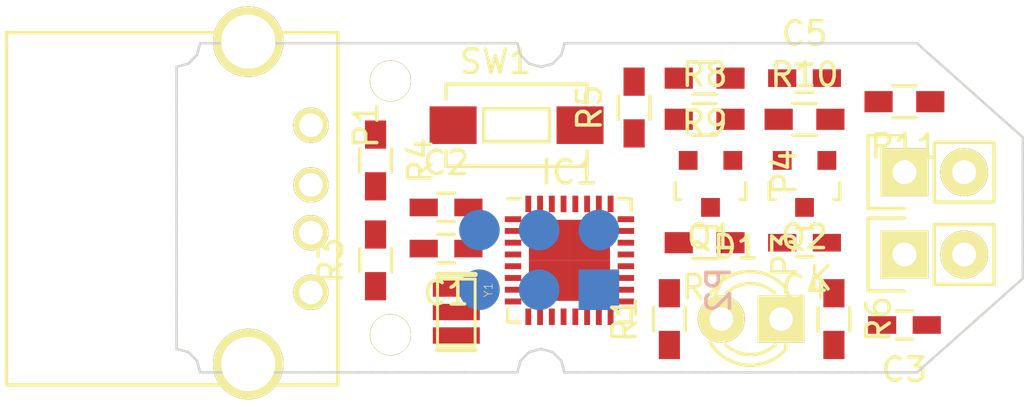
<source format=kicad_pcb>
(kicad_pcb (version 4) (host pcbnew 0.201603291646+6652~43~ubuntu15.10.1-product)

  (general
    (links 53)
    (no_connects 53)
    (area 145.324999 103.974999 189.286018 121.8575)
    (thickness 1.6)
    (drawings 0)
    (tracks 0)
    (zones 0)
    (modules 26)
    (nets 24)
  )

  (page A4)
  (layers
    (0 F.Cu signal)
    (31 B.Cu signal)
    (32 B.Adhes user)
    (33 F.Adhes user)
    (34 B.Paste user)
    (35 F.Paste user)
    (36 B.SilkS user)
    (37 F.SilkS user)
    (38 B.Mask user)
    (39 F.Mask user)
    (40 Dwgs.User user)
    (41 Cmts.User user)
    (42 Eco1.User user)
    (43 Eco2.User user)
    (44 Edge.Cuts user)
    (45 Margin user)
    (46 B.CrtYd user)
    (47 F.CrtYd user)
    (48 B.Fab user)
    (49 F.Fab user)
  )

  (setup
    (last_trace_width 0.25)
    (trace_clearance 0.2)
    (zone_clearance 0.508)
    (zone_45_only no)
    (trace_min 0.2)
    (segment_width 0.2)
    (edge_width 0.1)
    (via_size 0.6)
    (via_drill 0.4)
    (via_min_size 0.4)
    (via_min_drill 0.3)
    (uvia_size 0.3)
    (uvia_drill 0.1)
    (uvias_allowed no)
    (uvia_min_size 0.2)
    (uvia_min_drill 0.1)
    (pcb_text_width 0.3)
    (pcb_text_size 1.5 1.5)
    (mod_edge_width 0.15)
    (mod_text_size 1 1)
    (mod_text_width 0.15)
    (pad_size 1.5 1.5)
    (pad_drill 0.6)
    (pad_to_mask_clearance 0)
    (aux_axis_origin 0 0)
    (visible_elements FFFFFF1F)
    (pcbplotparams
      (layerselection 0x00030_ffffffff)
      (usegerberextensions false)
      (excludeedgelayer true)
      (linewidth 0.100000)
      (plotframeref false)
      (viasonmask false)
      (mode 1)
      (useauxorigin false)
      (hpglpennumber 1)
      (hpglpenspeed 20)
      (hpglpendiameter 15)
      (psnegative false)
      (psa4output false)
      (plotreference true)
      (plotvalue true)
      (plotinvisibletext false)
      (padsonsilk false)
      (subtractmaskfromsilk false)
      (outputformat 1)
      (mirror false)
      (drillshape 1)
      (scaleselection 1)
      (outputdirectory ""))
  )

  (net 0 "")
  (net 1 +5V)
  (net 2 GND)
  (net 3 "Net-(C2-Pad2)")
  (net 4 "Net-(C3-Pad2)")
  (net 5 "Net-(C4-Pad1)")
  (net 6 "Net-(C5-Pad1)")
  (net 7 "Net-(C5-Pad2)")
  (net 8 "Net-(D1-Pad2)")
  (net 9 "Net-(IC1-Pad1)")
  (net 10 "Net-(IC1-Pad2)")
  (net 11 SCK)
  (net 12 MOSI)
  (net 13 MISO)
  (net 14 PB4)
  (net 15 PD0)
  (net 16 PC7)
  (net 17 ~RESET)
  (net 18 "Net-(IC1-Pad29)")
  (net 19 "Net-(IC1-Pad30)")
  (net 20 "Net-(P1-Pad3)")
  (net 21 "Net-(P1-Pad2)")
  (net 22 "Net-(Q1-Pad1)")
  (net 23 "Net-(Q2-Pad3)")

  (net_class Default "Dies ist die voreingestellte Netzklasse."
    (clearance 0.2)
    (trace_width 0.25)
    (via_dia 0.6)
    (via_drill 0.4)
    (uvia_dia 0.3)
    (uvia_drill 0.1)
    (add_net +5V)
    (add_net GND)
    (add_net MISO)
    (add_net MOSI)
    (add_net "Net-(C2-Pad2)")
    (add_net "Net-(C3-Pad2)")
    (add_net "Net-(C4-Pad1)")
    (add_net "Net-(C5-Pad1)")
    (add_net "Net-(C5-Pad2)")
    (add_net "Net-(D1-Pad2)")
    (add_net "Net-(IC1-Pad1)")
    (add_net "Net-(IC1-Pad2)")
    (add_net "Net-(IC1-Pad29)")
    (add_net "Net-(IC1-Pad30)")
    (add_net "Net-(P1-Pad2)")
    (add_net "Net-(P1-Pad3)")
    (add_net "Net-(Q1-Pad1)")
    (add_net "Net-(Q2-Pad3)")
    (add_net PB4)
    (add_net PC7)
    (add_net PD0)
    (add_net SCK)
    (add_net ~RESET)
  )

  (module Capacitors_SMD:C_0603_HandSoldering (layer F.Cu) (tedit 541A9B4D) (tstamp 56F9A0B3)
    (at 164.5 114.75 180)
    (descr "Capacitor SMD 0603, hand soldering")
    (tags "capacitor 0603")
    (path /56D7C82F)
    (attr smd)
    (fp_text reference C1 (at 0 -1.9 180) (layer F.SilkS)
      (effects (font (size 1 1) (thickness 0.15)))
    )
    (fp_text value 0.1uF (at 0 1.9 180) (layer F.Fab)
      (effects (font (size 1 1) (thickness 0.15)))
    )
    (fp_line (start -1.85 -0.75) (end 1.85 -0.75) (layer F.CrtYd) (width 0.05))
    (fp_line (start -1.85 0.75) (end 1.85 0.75) (layer F.CrtYd) (width 0.05))
    (fp_line (start -1.85 -0.75) (end -1.85 0.75) (layer F.CrtYd) (width 0.05))
    (fp_line (start 1.85 -0.75) (end 1.85 0.75) (layer F.CrtYd) (width 0.05))
    (fp_line (start -0.35 -0.6) (end 0.35 -0.6) (layer F.SilkS) (width 0.15))
    (fp_line (start 0.35 0.6) (end -0.35 0.6) (layer F.SilkS) (width 0.15))
    (pad 1 smd rect (at -0.95 0 180) (size 1.2 0.75) (layers F.Cu F.Paste F.Mask)
      (net 1 +5V))
    (pad 2 smd rect (at 0.95 0 180) (size 1.2 0.75) (layers F.Cu F.Paste F.Mask)
      (net 2 GND))
    (model Capacitors_SMD.3dshapes/C_0603_HandSoldering.wrl
      (at (xyz 0 0 0))
      (scale (xyz 1 1 1))
      (rotate (xyz 0 0 0))
    )
  )

  (module Capacitors_SMD:C_0603_HandSoldering (layer F.Cu) (tedit 541A9B4D) (tstamp 56F9A0B9)
    (at 164.5 113)
    (descr "Capacitor SMD 0603, hand soldering")
    (tags "capacitor 0603")
    (path /56D77F55)
    (attr smd)
    (fp_text reference C2 (at 0 -1.9) (layer F.SilkS)
      (effects (font (size 1 1) (thickness 0.15)))
    )
    (fp_text value 1uF (at 0 1.9) (layer F.Fab)
      (effects (font (size 1 1) (thickness 0.15)))
    )
    (fp_line (start -1.85 -0.75) (end 1.85 -0.75) (layer F.CrtYd) (width 0.05))
    (fp_line (start -1.85 0.75) (end 1.85 0.75) (layer F.CrtYd) (width 0.05))
    (fp_line (start -1.85 -0.75) (end -1.85 0.75) (layer F.CrtYd) (width 0.05))
    (fp_line (start 1.85 -0.75) (end 1.85 0.75) (layer F.CrtYd) (width 0.05))
    (fp_line (start -0.35 -0.6) (end 0.35 -0.6) (layer F.SilkS) (width 0.15))
    (fp_line (start 0.35 0.6) (end -0.35 0.6) (layer F.SilkS) (width 0.15))
    (pad 1 smd rect (at -0.95 0) (size 1.2 0.75) (layers F.Cu F.Paste F.Mask)
      (net 2 GND))
    (pad 2 smd rect (at 0.95 0) (size 1.2 0.75) (layers F.Cu F.Paste F.Mask)
      (net 3 "Net-(C2-Pad2)"))
    (model Capacitors_SMD.3dshapes/C_0603_HandSoldering.wrl
      (at (xyz 0 0 0))
      (scale (xyz 1 1 1))
      (rotate (xyz 0 0 0))
    )
  )

  (module Capacitors_SMD:C_0603_HandSoldering (layer F.Cu) (tedit 541A9B4D) (tstamp 56F9A0BF)
    (at 184 118 180)
    (descr "Capacitor SMD 0603, hand soldering")
    (tags "capacitor 0603")
    (path /56D721FF)
    (attr smd)
    (fp_text reference C3 (at 0 -1.9 180) (layer F.SilkS)
      (effects (font (size 1 1) (thickness 0.15)))
    )
    (fp_text value 100nF (at 0 1.9 180) (layer F.Fab)
      (effects (font (size 1 1) (thickness 0.15)))
    )
    (fp_line (start -1.85 -0.75) (end 1.85 -0.75) (layer F.CrtYd) (width 0.05))
    (fp_line (start -1.85 0.75) (end 1.85 0.75) (layer F.CrtYd) (width 0.05))
    (fp_line (start -1.85 -0.75) (end -1.85 0.75) (layer F.CrtYd) (width 0.05))
    (fp_line (start 1.85 -0.75) (end 1.85 0.75) (layer F.CrtYd) (width 0.05))
    (fp_line (start -0.35 -0.6) (end 0.35 -0.6) (layer F.SilkS) (width 0.15))
    (fp_line (start 0.35 0.6) (end -0.35 0.6) (layer F.SilkS) (width 0.15))
    (pad 1 smd rect (at -0.95 0 180) (size 1.2 0.75) (layers F.Cu F.Paste F.Mask)
      (net 2 GND))
    (pad 2 smd rect (at 0.95 0 180) (size 1.2 0.75) (layers F.Cu F.Paste F.Mask)
      (net 4 "Net-(C3-Pad2)"))
    (model Capacitors_SMD.3dshapes/C_0603_HandSoldering.wrl
      (at (xyz 0 0 0))
      (scale (xyz 1 1 1))
      (rotate (xyz 0 0 0))
    )
  )

  (module Capacitors_SMD:C_0603_HandSoldering (layer F.Cu) (tedit 541A9B4D) (tstamp 56F9A0C5)
    (at 179.75 114.5 180)
    (descr "Capacitor SMD 0603, hand soldering")
    (tags "capacitor 0603")
    (path /56D71F0E)
    (attr smd)
    (fp_text reference C4 (at 0 -1.9 180) (layer F.SilkS)
      (effects (font (size 1 1) (thickness 0.15)))
    )
    (fp_text value 10uF (at 0 1.9 180) (layer F.Fab)
      (effects (font (size 1 1) (thickness 0.15)))
    )
    (fp_line (start -1.85 -0.75) (end 1.85 -0.75) (layer F.CrtYd) (width 0.05))
    (fp_line (start -1.85 0.75) (end 1.85 0.75) (layer F.CrtYd) (width 0.05))
    (fp_line (start -1.85 -0.75) (end -1.85 0.75) (layer F.CrtYd) (width 0.05))
    (fp_line (start 1.85 -0.75) (end 1.85 0.75) (layer F.CrtYd) (width 0.05))
    (fp_line (start -0.35 -0.6) (end 0.35 -0.6) (layer F.SilkS) (width 0.15))
    (fp_line (start 0.35 0.6) (end -0.35 0.6) (layer F.SilkS) (width 0.15))
    (pad 1 smd rect (at -0.95 0 180) (size 1.2 0.75) (layers F.Cu F.Paste F.Mask)
      (net 5 "Net-(C4-Pad1)"))
    (pad 2 smd rect (at 0.95 0 180) (size 1.2 0.75) (layers F.Cu F.Paste F.Mask)
      (net 4 "Net-(C3-Pad2)"))
    (model Capacitors_SMD.3dshapes/C_0603_HandSoldering.wrl
      (at (xyz 0 0 0))
      (scale (xyz 1 1 1))
      (rotate (xyz 0 0 0))
    )
  )

  (module Capacitors_SMD:C_0603_HandSoldering (layer F.Cu) (tedit 541A9B4D) (tstamp 56F9A0CB)
    (at 179.75 107.5)
    (descr "Capacitor SMD 0603, hand soldering")
    (tags "capacitor 0603")
    (path /56F1D51C)
    (attr smd)
    (fp_text reference C5 (at 0 -1.9) (layer F.SilkS)
      (effects (font (size 1 1) (thickness 0.15)))
    )
    (fp_text value 0.1uF (at 0 1.9) (layer F.Fab)
      (effects (font (size 1 1) (thickness 0.15)))
    )
    (fp_line (start -1.85 -0.75) (end 1.85 -0.75) (layer F.CrtYd) (width 0.05))
    (fp_line (start -1.85 0.75) (end 1.85 0.75) (layer F.CrtYd) (width 0.05))
    (fp_line (start -1.85 -0.75) (end -1.85 0.75) (layer F.CrtYd) (width 0.05))
    (fp_line (start 1.85 -0.75) (end 1.85 0.75) (layer F.CrtYd) (width 0.05))
    (fp_line (start -0.35 -0.6) (end 0.35 -0.6) (layer F.SilkS) (width 0.15))
    (fp_line (start 0.35 0.6) (end -0.35 0.6) (layer F.SilkS) (width 0.15))
    (pad 1 smd rect (at -0.95 0) (size 1.2 0.75) (layers F.Cu F.Paste F.Mask)
      (net 6 "Net-(C5-Pad1)"))
    (pad 2 smd rect (at 0.95 0) (size 1.2 0.75) (layers F.Cu F.Paste F.Mask)
      (net 7 "Net-(C5-Pad2)"))
    (model Capacitors_SMD.3dshapes/C_0603_HandSoldering.wrl
      (at (xyz 0 0 0))
      (scale (xyz 1 1 1))
      (rotate (xyz 0 0 0))
    )
  )

  (module LEDs:LED-3MM (layer F.Cu) (tedit 559B82F6) (tstamp 56F9A0D1)
    (at 178.75 117.75 180)
    (descr "LED 3mm round vertical")
    (tags "LED  3mm round vertical")
    (path /56F2E8B0)
    (fp_text reference D1 (at 1.91 3.06 180) (layer F.SilkS)
      (effects (font (size 1 1) (thickness 0.15)))
    )
    (fp_text value LED (at 1.3 -2.9 180) (layer F.Fab)
      (effects (font (size 1 1) (thickness 0.15)))
    )
    (fp_line (start -1.2 2.3) (end 3.8 2.3) (layer F.CrtYd) (width 0.05))
    (fp_line (start 3.8 2.3) (end 3.8 -2.2) (layer F.CrtYd) (width 0.05))
    (fp_line (start 3.8 -2.2) (end -1.2 -2.2) (layer F.CrtYd) (width 0.05))
    (fp_line (start -1.2 -2.2) (end -1.2 2.3) (layer F.CrtYd) (width 0.05))
    (fp_line (start -0.199 1.314) (end -0.199 1.114) (layer F.SilkS) (width 0.15))
    (fp_line (start -0.199 -1.28) (end -0.199 -1.1) (layer F.SilkS) (width 0.15))
    (fp_arc (start 1.301 0.034) (end -0.199 -1.286) (angle 108.5) (layer F.SilkS) (width 0.15))
    (fp_arc (start 1.301 0.034) (end 0.25 -1.1) (angle 85.7) (layer F.SilkS) (width 0.15))
    (fp_arc (start 1.311 0.034) (end 3.051 0.994) (angle 110) (layer F.SilkS) (width 0.15))
    (fp_arc (start 1.301 0.034) (end 2.335 1.094) (angle 87.5) (layer F.SilkS) (width 0.15))
    (fp_text user K (at -1.69 1.74 180) (layer F.SilkS)
      (effects (font (size 1 1) (thickness 0.15)))
    )
    (pad 1 thru_hole rect (at 0 0 270) (size 2 2) (drill 1.00076) (layers *.Cu *.Mask F.SilkS)
      (net 2 GND))
    (pad 2 thru_hole circle (at 2.54 0 180) (size 2 2) (drill 1.00076) (layers *.Cu *.Mask F.SilkS)
      (net 8 "Net-(D1-Pad2)"))
    (model LEDs.3dshapes/LED-3MM.wrl
      (at (xyz 0.05 0 0))
      (scale (xyz 1 1 1))
      (rotate (xyz 0 0 90))
    )
  )

  (module Housings_DFN_QFN:QFN-32-1EP_5x5mm_Pitch0.5mm (layer F.Cu) (tedit 54130A77) (tstamp 56F9A0F9)
    (at 169.75 115.25)
    (descr "UH Package; 32-Lead Plastic QFN (5mm x 5mm); (see Linear Technology QFN_32_05-08-1693.pdf)")
    (tags "QFN 0.5")
    (path /56DBCEF4)
    (attr smd)
    (fp_text reference IC1 (at 0 -3.75) (layer F.SilkS)
      (effects (font (size 1 1) (thickness 0.15)))
    )
    (fp_text value ATMEGA16U2 (at 0 3.75) (layer F.Fab)
      (effects (font (size 1 1) (thickness 0.15)))
    )
    (fp_line (start -3 -3) (end -3 3) (layer F.CrtYd) (width 0.05))
    (fp_line (start 3 -3) (end 3 3) (layer F.CrtYd) (width 0.05))
    (fp_line (start -3 -3) (end 3 -3) (layer F.CrtYd) (width 0.05))
    (fp_line (start -3 3) (end 3 3) (layer F.CrtYd) (width 0.05))
    (fp_line (start 2.625 -2.625) (end 2.625 -2.1) (layer F.SilkS) (width 0.15))
    (fp_line (start -2.625 2.625) (end -2.625 2.1) (layer F.SilkS) (width 0.15))
    (fp_line (start 2.625 2.625) (end 2.625 2.1) (layer F.SilkS) (width 0.15))
    (fp_line (start -2.625 -2.625) (end -2.1 -2.625) (layer F.SilkS) (width 0.15))
    (fp_line (start -2.625 2.625) (end -2.1 2.625) (layer F.SilkS) (width 0.15))
    (fp_line (start 2.625 2.625) (end 2.1 2.625) (layer F.SilkS) (width 0.15))
    (fp_line (start 2.625 -2.625) (end 2.1 -2.625) (layer F.SilkS) (width 0.15))
    (pad 1 smd rect (at -2.4 -1.75) (size 0.7 0.25) (layers F.Cu F.Paste F.Mask)
      (net 9 "Net-(IC1-Pad1)"))
    (pad 2 smd rect (at -2.4 -1.25) (size 0.7 0.25) (layers F.Cu F.Paste F.Mask)
      (net 10 "Net-(IC1-Pad2)"))
    (pad 3 smd rect (at -2.4 -0.75) (size 0.7 0.25) (layers F.Cu F.Paste F.Mask)
      (net 2 GND))
    (pad 4 smd rect (at -2.4 -0.25) (size 0.7 0.25) (layers F.Cu F.Paste F.Mask)
      (net 1 +5V))
    (pad 5 smd rect (at -2.4 0.25) (size 0.7 0.25) (layers F.Cu F.Paste F.Mask))
    (pad 6 smd rect (at -2.4 0.75) (size 0.7 0.25) (layers F.Cu F.Paste F.Mask))
    (pad 7 smd rect (at -2.4 1.25) (size 0.7 0.25) (layers F.Cu F.Paste F.Mask))
    (pad 8 smd rect (at -2.4 1.75) (size 0.7 0.25) (layers F.Cu F.Paste F.Mask))
    (pad 9 smd rect (at -1.75 2.4 90) (size 0.7 0.25) (layers F.Cu F.Paste F.Mask))
    (pad 10 smd rect (at -1.25 2.4 90) (size 0.7 0.25) (layers F.Cu F.Paste F.Mask))
    (pad 11 smd rect (at -0.75 2.4 90) (size 0.7 0.25) (layers F.Cu F.Paste F.Mask))
    (pad 12 smd rect (at -0.25 2.4 90) (size 0.7 0.25) (layers F.Cu F.Paste F.Mask))
    (pad 13 smd rect (at 0.25 2.4 90) (size 0.7 0.25) (layers F.Cu F.Paste F.Mask))
    (pad 14 smd rect (at 0.75 2.4 90) (size 0.7 0.25) (layers F.Cu F.Paste F.Mask))
    (pad 15 smd rect (at 1.25 2.4 90) (size 0.7 0.25) (layers F.Cu F.Paste F.Mask)
      (net 11 SCK))
    (pad 16 smd rect (at 1.75 2.4 90) (size 0.7 0.25) (layers F.Cu F.Paste F.Mask)
      (net 12 MOSI))
    (pad 17 smd rect (at 2.4 1.75) (size 0.7 0.25) (layers F.Cu F.Paste F.Mask)
      (net 13 MISO))
    (pad 18 smd rect (at 2.4 1.25) (size 0.7 0.25) (layers F.Cu F.Paste F.Mask)
      (net 14 PB4))
    (pad 19 smd rect (at 2.4 0.75) (size 0.7 0.25) (layers F.Cu F.Paste F.Mask))
    (pad 20 smd rect (at 2.4 0.25) (size 0.7 0.25) (layers F.Cu F.Paste F.Mask))
    (pad 21 smd rect (at 2.4 -0.25) (size 0.7 0.25) (layers F.Cu F.Paste F.Mask)
      (net 15 PD0))
    (pad 22 smd rect (at 2.4 -0.75) (size 0.7 0.25) (layers F.Cu F.Paste F.Mask)
      (net 16 PC7))
    (pad 23 smd rect (at 2.4 -1.25) (size 0.7 0.25) (layers F.Cu F.Paste F.Mask))
    (pad 24 smd rect (at 2.4 -1.75) (size 0.7 0.25) (layers F.Cu F.Paste F.Mask)
      (net 17 ~RESET))
    (pad 25 smd rect (at 1.75 -2.4 90) (size 0.7 0.25) (layers F.Cu F.Paste F.Mask))
    (pad 26 smd rect (at 1.25 -2.4 90) (size 0.7 0.25) (layers F.Cu F.Paste F.Mask))
    (pad 27 smd rect (at 0.75 -2.4 90) (size 0.7 0.25) (layers F.Cu F.Paste F.Mask)
      (net 3 "Net-(C2-Pad2)"))
    (pad 28 smd rect (at 0.25 -2.4 90) (size 0.7 0.25) (layers F.Cu F.Paste F.Mask)
      (net 2 GND))
    (pad 29 smd rect (at -0.25 -2.4 90) (size 0.7 0.25) (layers F.Cu F.Paste F.Mask)
      (net 18 "Net-(IC1-Pad29)"))
    (pad 30 smd rect (at -0.75 -2.4 90) (size 0.7 0.25) (layers F.Cu F.Paste F.Mask)
      (net 19 "Net-(IC1-Pad30)"))
    (pad 31 smd rect (at -1.25 -2.4 90) (size 0.7 0.25) (layers F.Cu F.Paste F.Mask)
      (net 1 +5V))
    (pad 32 smd rect (at -1.75 -2.4 90) (size 0.7 0.25) (layers F.Cu F.Paste F.Mask)
      (net 1 +5V))
    (pad 33 smd rect (at 0.8625 0.8625) (size 1.725 1.725) (layers F.Cu F.Paste F.Mask)
      (solder_paste_margin_ratio -0.2))
    (pad 33 smd rect (at 0.8625 -0.8625) (size 1.725 1.725) (layers F.Cu F.Paste F.Mask)
      (solder_paste_margin_ratio -0.2))
    (pad 33 smd rect (at -0.8625 0.8625) (size 1.725 1.725) (layers F.Cu F.Paste F.Mask)
      (solder_paste_margin_ratio -0.2))
    (pad 33 smd rect (at -0.8625 -0.8625) (size 1.725 1.725) (layers F.Cu F.Paste F.Mask)
      (solder_paste_margin_ratio -0.2))
    (model Housings_DFN_QFN.3dshapes/QFN-32-1EP_5x5mm_Pitch0.5mm.wrl
      (at (xyz 0 0 0))
      (scale (xyz 1 1 1))
      (rotate (xyz 0 0 0))
    )
  )

  (module Connect:USB_A (layer F.Cu) (tedit 5543E289) (tstamp 56F9A103)
    (at 158.75 109.5 270)
    (descr "USB A connector")
    (tags "USB USB_A")
    (path /56D61110)
    (fp_text reference P1 (at 0 -2.35 270) (layer F.SilkS)
      (effects (font (size 1 1) (thickness 0.15)))
    )
    (fp_text value USB_A (at 3.83794 7.43458 270) (layer F.Fab)
      (effects (font (size 1 1) (thickness 0.15)))
    )
    (fp_line (start -5.3 13.2) (end -5.3 -1.4) (layer F.CrtYd) (width 0.05))
    (fp_line (start 11.95 -1.4) (end 11.95 13.2) (layer F.CrtYd) (width 0.05))
    (fp_line (start -5.3 13.2) (end 11.95 13.2) (layer F.CrtYd) (width 0.05))
    (fp_line (start -5.3 -1.4) (end 11.95 -1.4) (layer F.CrtYd) (width 0.05))
    (fp_line (start 11.04986 -1.14512) (end 11.04986 12.95188) (layer F.SilkS) (width 0.15))
    (fp_line (start -3.93614 12.95188) (end -3.93614 -1.14512) (layer F.SilkS) (width 0.15))
    (fp_line (start 11.04986 -1.14512) (end -3.93614 -1.14512) (layer F.SilkS) (width 0.15))
    (fp_line (start 11.04986 12.95188) (end -3.93614 12.95188) (layer F.SilkS) (width 0.15))
    (pad 4 thru_hole circle (at 7.11286 -0.00212 180) (size 1.50114 1.50114) (drill 1.00076) (layers *.Cu *.Mask F.SilkS)
      (net 2 GND))
    (pad 3 thru_hole circle (at 4.57286 -0.00212 180) (size 1.50114 1.50114) (drill 1.00076) (layers *.Cu *.Mask F.SilkS)
      (net 20 "Net-(P1-Pad3)"))
    (pad 2 thru_hole circle (at 2.54086 -0.00212 180) (size 1.50114 1.50114) (drill 1.00076) (layers *.Cu *.Mask F.SilkS)
      (net 21 "Net-(P1-Pad2)"))
    (pad 1 thru_hole circle (at 0.00086 -0.00212 180) (size 1.50114 1.50114) (drill 1.00076) (layers *.Cu *.Mask F.SilkS)
      (net 1 +5V))
    (pad 5 thru_hole circle (at 10.16086 2.66488 180) (size 2.99974 2.99974) (drill 2.30124) (layers *.Cu *.Mask F.SilkS)
      (net 2 GND))
    (pad 5 thru_hole circle (at -3.55514 2.66488 180) (size 2.99974 2.99974) (drill 2.30124) (layers *.Cu *.Mask F.SilkS)
      (net 2 GND))
    (model Connect.3dshapes/USB_A.wrl
      (at (xyz 0.14 0 0))
      (scale (xyz 1 1 1))
      (rotate (xyz 0 0 90))
    )
  )

  (module KaiBader:Pin_Header_SMD_2x03 (layer B.Cu) (tedit 56F0721A) (tstamp 56F9A111)
    (at 171 116.5 90)
    (descr "Through hole pin header")
    (tags "pin header")
    (path /56D61695)
    (fp_text reference P2 (at 0 5.1 90) (layer B.SilkS)
      (effects (font (size 1 1) (thickness 0.15)) (justify mirror))
    )
    (fp_text value AVR-ISP (at 0 3.1 90) (layer B.Fab)
      (effects (font (size 1 1) (thickness 0.15)) (justify mirror))
    )
    (fp_line (start -1.75 1.75) (end -1.75 -6.85) (layer B.CrtYd) (width 0.05))
    (fp_line (start 4.3 1.75) (end 4.3 -6.85) (layer B.CrtYd) (width 0.05))
    (fp_line (start -1.75 1.75) (end 4.3 1.75) (layer B.CrtYd) (width 0.05))
    (fp_line (start -1.75 -6.85) (end 4.3 -6.85) (layer B.CrtYd) (width 0.05))
    (pad 1 smd rect (at 0 0 90) (size 1.7272 1.7272) (layers B.Cu B.Paste B.Mask)
      (net 13 MISO))
    (pad 2 smd oval (at 2.54 0 90) (size 1.7272 1.7272) (layers B.Cu B.Paste B.Mask)
      (net 1 +5V))
    (pad 3 smd oval (at 0 -2.54 90) (size 1.7272 1.7272) (layers B.Cu B.Paste B.Mask)
      (net 11 SCK))
    (pad 4 smd oval (at 2.54 -2.54 90) (size 1.7272 1.7272) (layers B.Cu B.Paste B.Mask)
      (net 12 MOSI))
    (pad 5 smd oval (at 0 -5.08 90) (size 1.7272 1.7272) (layers B.Cu B.Paste B.Mask)
      (net 17 ~RESET))
    (pad 6 smd oval (at 2.54 -5.08 90) (size 1.7272 1.7272) (layers B.Cu B.Paste B.Mask)
      (net 2 GND))
  )

  (module Pin_Headers:Pin_Header_Straight_1x02 (layer F.Cu) (tedit 54EA090C) (tstamp 56F9A117)
    (at 184 115 90)
    (descr "Through hole pin header")
    (tags "pin header")
    (path /56D702CB)
    (fp_text reference P3 (at 0 -5.1 90) (layer F.SilkS)
      (effects (font (size 1 1) (thickness 0.15)))
    )
    (fp_text value OUT (at 0 -3.1 90) (layer F.Fab)
      (effects (font (size 1 1) (thickness 0.15)))
    )
    (fp_line (start 1.27 1.27) (end 1.27 3.81) (layer F.SilkS) (width 0.15))
    (fp_line (start 1.55 -1.55) (end 1.55 0) (layer F.SilkS) (width 0.15))
    (fp_line (start -1.75 -1.75) (end -1.75 4.3) (layer F.CrtYd) (width 0.05))
    (fp_line (start 1.75 -1.75) (end 1.75 4.3) (layer F.CrtYd) (width 0.05))
    (fp_line (start -1.75 -1.75) (end 1.75 -1.75) (layer F.CrtYd) (width 0.05))
    (fp_line (start -1.75 4.3) (end 1.75 4.3) (layer F.CrtYd) (width 0.05))
    (fp_line (start 1.27 1.27) (end -1.27 1.27) (layer F.SilkS) (width 0.15))
    (fp_line (start -1.55 0) (end -1.55 -1.55) (layer F.SilkS) (width 0.15))
    (fp_line (start -1.55 -1.55) (end 1.55 -1.55) (layer F.SilkS) (width 0.15))
    (fp_line (start -1.27 1.27) (end -1.27 3.81) (layer F.SilkS) (width 0.15))
    (fp_line (start -1.27 3.81) (end 1.27 3.81) (layer F.SilkS) (width 0.15))
    (pad 1 thru_hole rect (at 0 0 90) (size 2.032 2.032) (drill 1.016) (layers *.Cu *.Mask F.SilkS)
      (net 5 "Net-(C4-Pad1)"))
    (pad 2 thru_hole oval (at 0 2.54 90) (size 2.032 2.032) (drill 1.016) (layers *.Cu *.Mask F.SilkS)
      (net 2 GND))
  )

  (module Pin_Headers:Pin_Header_Straight_1x02 (layer F.Cu) (tedit 54EA090C) (tstamp 56F9A11D)
    (at 184 111.5 90)
    (descr "Through hole pin header")
    (tags "pin header")
    (path /56F1EC43)
    (fp_text reference P4 (at 0 -5.1 90) (layer F.SilkS)
      (effects (font (size 1 1) (thickness 0.15)))
    )
    (fp_text value EAR (at 0 -3.1 90) (layer F.Fab)
      (effects (font (size 1 1) (thickness 0.15)))
    )
    (fp_line (start 1.27 1.27) (end 1.27 3.81) (layer F.SilkS) (width 0.15))
    (fp_line (start 1.55 -1.55) (end 1.55 0) (layer F.SilkS) (width 0.15))
    (fp_line (start -1.75 -1.75) (end -1.75 4.3) (layer F.CrtYd) (width 0.05))
    (fp_line (start 1.75 -1.75) (end 1.75 4.3) (layer F.CrtYd) (width 0.05))
    (fp_line (start -1.75 -1.75) (end 1.75 -1.75) (layer F.CrtYd) (width 0.05))
    (fp_line (start -1.75 4.3) (end 1.75 4.3) (layer F.CrtYd) (width 0.05))
    (fp_line (start 1.27 1.27) (end -1.27 1.27) (layer F.SilkS) (width 0.15))
    (fp_line (start -1.55 0) (end -1.55 -1.55) (layer F.SilkS) (width 0.15))
    (fp_line (start -1.55 -1.55) (end 1.55 -1.55) (layer F.SilkS) (width 0.15))
    (fp_line (start -1.27 1.27) (end -1.27 3.81) (layer F.SilkS) (width 0.15))
    (fp_line (start -1.27 3.81) (end 1.27 3.81) (layer F.SilkS) (width 0.15))
    (pad 1 thru_hole rect (at 0 0 90) (size 2.032 2.032) (drill 1.016) (layers *.Cu *.Mask F.SilkS)
      (net 7 "Net-(C5-Pad2)"))
    (pad 2 thru_hole oval (at 0 2.54 90) (size 2.032 2.032) (drill 1.016) (layers *.Cu *.Mask F.SilkS)
      (net 2 GND))
  )

  (module TO_SOT_Packages_SMD:SOT-23 (layer F.Cu) (tedit 553634F8) (tstamp 56F9A124)
    (at 175.75 112 180)
    (descr "SOT-23, Standard")
    (tags SOT-23)
    (path /56F2409F)
    (attr smd)
    (fp_text reference Q1 (at 0 -2.25 180) (layer F.SilkS)
      (effects (font (size 1 1) (thickness 0.15)))
    )
    (fp_text value BC849 (at 0 2.3 180) (layer F.Fab)
      (effects (font (size 1 1) (thickness 0.15)))
    )
    (fp_line (start -1.65 -1.6) (end 1.65 -1.6) (layer F.CrtYd) (width 0.05))
    (fp_line (start 1.65 -1.6) (end 1.65 1.6) (layer F.CrtYd) (width 0.05))
    (fp_line (start 1.65 1.6) (end -1.65 1.6) (layer F.CrtYd) (width 0.05))
    (fp_line (start -1.65 1.6) (end -1.65 -1.6) (layer F.CrtYd) (width 0.05))
    (fp_line (start 1.29916 -0.65024) (end 1.2509 -0.65024) (layer F.SilkS) (width 0.15))
    (fp_line (start -1.49982 0.0508) (end -1.49982 -0.65024) (layer F.SilkS) (width 0.15))
    (fp_line (start -1.49982 -0.65024) (end -1.2509 -0.65024) (layer F.SilkS) (width 0.15))
    (fp_line (start 1.29916 -0.65024) (end 1.49982 -0.65024) (layer F.SilkS) (width 0.15))
    (fp_line (start 1.49982 -0.65024) (end 1.49982 0.0508) (layer F.SilkS) (width 0.15))
    (pad 1 smd rect (at -0.95 1.00076 180) (size 0.8001 0.8001) (layers F.Cu F.Paste F.Mask)
      (net 22 "Net-(Q1-Pad1)"))
    (pad 2 smd rect (at 0.95 1.00076 180) (size 0.8001 0.8001) (layers F.Cu F.Paste F.Mask)
      (net 2 GND))
    (pad 3 smd rect (at 0 -0.99822 180) (size 0.8001 0.8001) (layers F.Cu F.Paste F.Mask)
      (net 16 PC7))
    (model TO_SOT_Packages_SMD.3dshapes/SOT-23.wrl
      (at (xyz 0 0 0))
      (scale (xyz 1 1 1))
      (rotate (xyz 0 0 0))
    )
  )

  (module TO_SOT_Packages_SMD:SOT-23 (layer F.Cu) (tedit 553634F8) (tstamp 56F9A12B)
    (at 179.75 112 180)
    (descr "SOT-23, Standard")
    (tags SOT-23)
    (path /56F23F5C)
    (attr smd)
    (fp_text reference Q2 (at 0 -2.25 180) (layer F.SilkS)
      (effects (font (size 1 1) (thickness 0.15)))
    )
    (fp_text value BC849 (at 0 2.3 180) (layer F.Fab)
      (effects (font (size 1 1) (thickness 0.15)))
    )
    (fp_line (start -1.65 -1.6) (end 1.65 -1.6) (layer F.CrtYd) (width 0.05))
    (fp_line (start 1.65 -1.6) (end 1.65 1.6) (layer F.CrtYd) (width 0.05))
    (fp_line (start 1.65 1.6) (end -1.65 1.6) (layer F.CrtYd) (width 0.05))
    (fp_line (start -1.65 1.6) (end -1.65 -1.6) (layer F.CrtYd) (width 0.05))
    (fp_line (start 1.29916 -0.65024) (end 1.2509 -0.65024) (layer F.SilkS) (width 0.15))
    (fp_line (start -1.49982 0.0508) (end -1.49982 -0.65024) (layer F.SilkS) (width 0.15))
    (fp_line (start -1.49982 -0.65024) (end -1.2509 -0.65024) (layer F.SilkS) (width 0.15))
    (fp_line (start 1.29916 -0.65024) (end 1.49982 -0.65024) (layer F.SilkS) (width 0.15))
    (fp_line (start 1.49982 -0.65024) (end 1.49982 0.0508) (layer F.SilkS) (width 0.15))
    (pad 1 smd rect (at -0.95 1.00076 180) (size 0.8001 0.8001) (layers F.Cu F.Paste F.Mask)
      (net 6 "Net-(C5-Pad1)"))
    (pad 2 smd rect (at 0.95 1.00076 180) (size 0.8001 0.8001) (layers F.Cu F.Paste F.Mask)
      (net 2 GND))
    (pad 3 smd rect (at 0 -0.99822 180) (size 0.8001 0.8001) (layers F.Cu F.Paste F.Mask)
      (net 23 "Net-(Q2-Pad3)"))
    (model TO_SOT_Packages_SMD.3dshapes/SOT-23.wrl
      (at (xyz 0 0 0))
      (scale (xyz 1 1 1))
      (rotate (xyz 0 0 0))
    )
  )

  (module Resistors_SMD:R_0603_HandSoldering (layer F.Cu) (tedit 5418A00F) (tstamp 56F9A131)
    (at 174 117.75 90)
    (descr "Resistor SMD 0603, hand soldering")
    (tags "resistor 0603")
    (path /56F2E8B6)
    (attr smd)
    (fp_text reference R1 (at 0 -1.9 90) (layer F.SilkS)
      (effects (font (size 1 1) (thickness 0.15)))
    )
    (fp_text value 470 (at 0 1.9 90) (layer F.Fab)
      (effects (font (size 1 1) (thickness 0.15)))
    )
    (fp_line (start -2 -0.8) (end 2 -0.8) (layer F.CrtYd) (width 0.05))
    (fp_line (start -2 0.8) (end 2 0.8) (layer F.CrtYd) (width 0.05))
    (fp_line (start -2 -0.8) (end -2 0.8) (layer F.CrtYd) (width 0.05))
    (fp_line (start 2 -0.8) (end 2 0.8) (layer F.CrtYd) (width 0.05))
    (fp_line (start 0.5 0.675) (end -0.5 0.675) (layer F.SilkS) (width 0.15))
    (fp_line (start -0.5 -0.675) (end 0.5 -0.675) (layer F.SilkS) (width 0.15))
    (pad 1 smd rect (at -1.1 0 90) (size 1.2 0.9) (layers F.Cu F.Paste F.Mask)
      (net 8 "Net-(D1-Pad2)"))
    (pad 2 smd rect (at 1.1 0 90) (size 1.2 0.9) (layers F.Cu F.Paste F.Mask)
      (net 14 PB4))
    (model Resistors_SMD.3dshapes/R_0603_HandSoldering.wrl
      (at (xyz 0 0 0))
      (scale (xyz 1 1 1))
      (rotate (xyz 0 0 0))
    )
  )

  (module Resistors_SMD:R_0603_HandSoldering (layer F.Cu) (tedit 5418A00F) (tstamp 56F9A137)
    (at 161.5 115.25 90)
    (descr "Resistor SMD 0603, hand soldering")
    (tags "resistor 0603")
    (path /56D77681)
    (attr smd)
    (fp_text reference R3 (at 0 -1.9 90) (layer F.SilkS)
      (effects (font (size 1 1) (thickness 0.15)))
    )
    (fp_text value 22 (at 0 1.9 90) (layer F.Fab)
      (effects (font (size 1 1) (thickness 0.15)))
    )
    (fp_line (start -2 -0.8) (end 2 -0.8) (layer F.CrtYd) (width 0.05))
    (fp_line (start -2 0.8) (end 2 0.8) (layer F.CrtYd) (width 0.05))
    (fp_line (start -2 -0.8) (end -2 0.8) (layer F.CrtYd) (width 0.05))
    (fp_line (start 2 -0.8) (end 2 0.8) (layer F.CrtYd) (width 0.05))
    (fp_line (start 0.5 0.675) (end -0.5 0.675) (layer F.SilkS) (width 0.15))
    (fp_line (start -0.5 -0.675) (end 0.5 -0.675) (layer F.SilkS) (width 0.15))
    (pad 1 smd rect (at -1.1 0 90) (size 1.2 0.9) (layers F.Cu F.Paste F.Mask)
      (net 18 "Net-(IC1-Pad29)"))
    (pad 2 smd rect (at 1.1 0 90) (size 1.2 0.9) (layers F.Cu F.Paste F.Mask)
      (net 20 "Net-(P1-Pad3)"))
    (model Resistors_SMD.3dshapes/R_0603_HandSoldering.wrl
      (at (xyz 0 0 0))
      (scale (xyz 1 1 1))
      (rotate (xyz 0 0 0))
    )
  )

  (module Resistors_SMD:R_0603_HandSoldering (layer F.Cu) (tedit 5418A00F) (tstamp 56F9A13D)
    (at 161.5 111 270)
    (descr "Resistor SMD 0603, hand soldering")
    (tags "resistor 0603")
    (path /56D7773C)
    (attr smd)
    (fp_text reference R4 (at 0 -1.9 270) (layer F.SilkS)
      (effects (font (size 1 1) (thickness 0.15)))
    )
    (fp_text value 22 (at 0 1.9 270) (layer F.Fab)
      (effects (font (size 1 1) (thickness 0.15)))
    )
    (fp_line (start -2 -0.8) (end 2 -0.8) (layer F.CrtYd) (width 0.05))
    (fp_line (start -2 0.8) (end 2 0.8) (layer F.CrtYd) (width 0.05))
    (fp_line (start -2 -0.8) (end -2 0.8) (layer F.CrtYd) (width 0.05))
    (fp_line (start 2 -0.8) (end 2 0.8) (layer F.CrtYd) (width 0.05))
    (fp_line (start 0.5 0.675) (end -0.5 0.675) (layer F.SilkS) (width 0.15))
    (fp_line (start -0.5 -0.675) (end 0.5 -0.675) (layer F.SilkS) (width 0.15))
    (pad 1 smd rect (at -1.1 0 270) (size 1.2 0.9) (layers F.Cu F.Paste F.Mask)
      (net 19 "Net-(IC1-Pad30)"))
    (pad 2 smd rect (at 1.1 0 270) (size 1.2 0.9) (layers F.Cu F.Paste F.Mask)
      (net 21 "Net-(P1-Pad2)"))
    (model Resistors_SMD.3dshapes/R_0603_HandSoldering.wrl
      (at (xyz 0 0 0))
      (scale (xyz 1 1 1))
      (rotate (xyz 0 0 0))
    )
  )

  (module Resistors_SMD:R_0603_HandSoldering (layer F.Cu) (tedit 5418A00F) (tstamp 56F9A143)
    (at 172.5 108.75 90)
    (descr "Resistor SMD 0603, hand soldering")
    (tags "resistor 0603")
    (path /56D7B544)
    (attr smd)
    (fp_text reference R5 (at 0 -1.9 90) (layer F.SilkS)
      (effects (font (size 1 1) (thickness 0.15)))
    )
    (fp_text value 10k (at 0 1.9 90) (layer F.Fab)
      (effects (font (size 1 1) (thickness 0.15)))
    )
    (fp_line (start -2 -0.8) (end 2 -0.8) (layer F.CrtYd) (width 0.05))
    (fp_line (start -2 0.8) (end 2 0.8) (layer F.CrtYd) (width 0.05))
    (fp_line (start -2 -0.8) (end -2 0.8) (layer F.CrtYd) (width 0.05))
    (fp_line (start 2 -0.8) (end 2 0.8) (layer F.CrtYd) (width 0.05))
    (fp_line (start 0.5 0.675) (end -0.5 0.675) (layer F.SilkS) (width 0.15))
    (fp_line (start -0.5 -0.675) (end 0.5 -0.675) (layer F.SilkS) (width 0.15))
    (pad 1 smd rect (at -1.1 0 90) (size 1.2 0.9) (layers F.Cu F.Paste F.Mask)
      (net 17 ~RESET))
    (pad 2 smd rect (at 1.1 0 90) (size 1.2 0.9) (layers F.Cu F.Paste F.Mask)
      (net 1 +5V))
    (model Resistors_SMD.3dshapes/R_0603_HandSoldering.wrl
      (at (xyz 0 0 0))
      (scale (xyz 1 1 1))
      (rotate (xyz 0 0 0))
    )
  )

  (module Resistors_SMD:R_0603_HandSoldering (layer F.Cu) (tedit 5418A00F) (tstamp 56F9A149)
    (at 181 117.75 270)
    (descr "Resistor SMD 0603, hand soldering")
    (tags "resistor 0603")
    (path /56D71B97)
    (attr smd)
    (fp_text reference R6 (at 0 -1.9 270) (layer F.SilkS)
      (effects (font (size 1 1) (thickness 0.15)))
    )
    (fp_text value 1.8k (at 0 1.9 270) (layer F.Fab)
      (effects (font (size 1 1) (thickness 0.15)))
    )
    (fp_line (start -2 -0.8) (end 2 -0.8) (layer F.CrtYd) (width 0.05))
    (fp_line (start -2 0.8) (end 2 0.8) (layer F.CrtYd) (width 0.05))
    (fp_line (start -2 -0.8) (end -2 0.8) (layer F.CrtYd) (width 0.05))
    (fp_line (start 2 -0.8) (end 2 0.8) (layer F.CrtYd) (width 0.05))
    (fp_line (start 0.5 0.675) (end -0.5 0.675) (layer F.SilkS) (width 0.15))
    (fp_line (start -0.5 -0.675) (end 0.5 -0.675) (layer F.SilkS) (width 0.15))
    (pad 1 smd rect (at -1.1 0 270) (size 1.2 0.9) (layers F.Cu F.Paste F.Mask)
      (net 4 "Net-(C3-Pad2)"))
    (pad 2 smd rect (at 1.1 0 270) (size 1.2 0.9) (layers F.Cu F.Paste F.Mask)
      (net 15 PD0))
    (model Resistors_SMD.3dshapes/R_0603_HandSoldering.wrl
      (at (xyz 0 0 0))
      (scale (xyz 1 1 1))
      (rotate (xyz 0 0 0))
    )
  )

  (module Resistors_SMD:R_0603_HandSoldering (layer F.Cu) (tedit 5418A00F) (tstamp 56F9A14F)
    (at 175.5 114.5 180)
    (descr "Resistor SMD 0603, hand soldering")
    (tags "resistor 0603")
    (path /56F1D3A0)
    (attr smd)
    (fp_text reference R7 (at 0 -1.9 180) (layer F.SilkS)
      (effects (font (size 1 1) (thickness 0.15)))
    )
    (fp_text value R (at 0 1.9 180) (layer F.Fab)
      (effects (font (size 1 1) (thickness 0.15)))
    )
    (fp_line (start -2 -0.8) (end 2 -0.8) (layer F.CrtYd) (width 0.05))
    (fp_line (start -2 0.8) (end 2 0.8) (layer F.CrtYd) (width 0.05))
    (fp_line (start -2 -0.8) (end -2 0.8) (layer F.CrtYd) (width 0.05))
    (fp_line (start 2 -0.8) (end 2 0.8) (layer F.CrtYd) (width 0.05))
    (fp_line (start 0.5 0.675) (end -0.5 0.675) (layer F.SilkS) (width 0.15))
    (fp_line (start -0.5 -0.675) (end 0.5 -0.675) (layer F.SilkS) (width 0.15))
    (pad 1 smd rect (at -1.1 0 180) (size 1.2 0.9) (layers F.Cu F.Paste F.Mask)
      (net 16 PC7))
    (pad 2 smd rect (at 1.1 0 180) (size 1.2 0.9) (layers F.Cu F.Paste F.Mask)
      (net 1 +5V))
    (model Resistors_SMD.3dshapes/R_0603_HandSoldering.wrl
      (at (xyz 0 0 0))
      (scale (xyz 1 1 1))
      (rotate (xyz 0 0 0))
    )
  )

  (module Resistors_SMD:R_0603_HandSoldering (layer F.Cu) (tedit 5418A00F) (tstamp 56F9A155)
    (at 175.5 109.25)
    (descr "Resistor SMD 0603, hand soldering")
    (tags "resistor 0603")
    (path /56F1CFFC)
    (attr smd)
    (fp_text reference R8 (at 0 -1.9) (layer F.SilkS)
      (effects (font (size 1 1) (thickness 0.15)))
    )
    (fp_text value R (at 0 1.9) (layer F.Fab)
      (effects (font (size 1 1) (thickness 0.15)))
    )
    (fp_line (start -2 -0.8) (end 2 -0.8) (layer F.CrtYd) (width 0.05))
    (fp_line (start -2 0.8) (end 2 0.8) (layer F.CrtYd) (width 0.05))
    (fp_line (start -2 -0.8) (end -2 0.8) (layer F.CrtYd) (width 0.05))
    (fp_line (start 2 -0.8) (end 2 0.8) (layer F.CrtYd) (width 0.05))
    (fp_line (start 0.5 0.675) (end -0.5 0.675) (layer F.SilkS) (width 0.15))
    (fp_line (start -0.5 -0.675) (end 0.5 -0.675) (layer F.SilkS) (width 0.15))
    (pad 1 smd rect (at -1.1 0) (size 1.2 0.9) (layers F.Cu F.Paste F.Mask)
      (net 22 "Net-(Q1-Pad1)"))
    (pad 2 smd rect (at 1.1 0) (size 1.2 0.9) (layers F.Cu F.Paste F.Mask)
      (net 23 "Net-(Q2-Pad3)"))
    (model Resistors_SMD.3dshapes/R_0603_HandSoldering.wrl
      (at (xyz 0 0 0))
      (scale (xyz 1 1 1))
      (rotate (xyz 0 0 0))
    )
  )

  (module Resistors_SMD:R_0603_HandSoldering (layer F.Cu) (tedit 5418A00F) (tstamp 56F9A15B)
    (at 175.5 107.5 180)
    (descr "Resistor SMD 0603, hand soldering")
    (tags "resistor 0603")
    (path /56F1D1D4)
    (attr smd)
    (fp_text reference R9 (at 0 -1.9 180) (layer F.SilkS)
      (effects (font (size 1 1) (thickness 0.15)))
    )
    (fp_text value R (at 0 1.9 180) (layer F.Fab)
      (effects (font (size 1 1) (thickness 0.15)))
    )
    (fp_line (start -2 -0.8) (end 2 -0.8) (layer F.CrtYd) (width 0.05))
    (fp_line (start -2 0.8) (end 2 0.8) (layer F.CrtYd) (width 0.05))
    (fp_line (start -2 -0.8) (end -2 0.8) (layer F.CrtYd) (width 0.05))
    (fp_line (start 2 -0.8) (end 2 0.8) (layer F.CrtYd) (width 0.05))
    (fp_line (start 0.5 0.675) (end -0.5 0.675) (layer F.SilkS) (width 0.15))
    (fp_line (start -0.5 -0.675) (end 0.5 -0.675) (layer F.SilkS) (width 0.15))
    (pad 1 smd rect (at -1.1 0 180) (size 1.2 0.9) (layers F.Cu F.Paste F.Mask)
      (net 23 "Net-(Q2-Pad3)"))
    (pad 2 smd rect (at 1.1 0 180) (size 1.2 0.9) (layers F.Cu F.Paste F.Mask)
      (net 1 +5V))
    (model Resistors_SMD.3dshapes/R_0603_HandSoldering.wrl
      (at (xyz 0 0 0))
      (scale (xyz 1 1 1))
      (rotate (xyz 0 0 0))
    )
  )

  (module Resistors_SMD:R_0603_HandSoldering (layer F.Cu) (tedit 5418A00F) (tstamp 56F9A161)
    (at 179.75 109.25)
    (descr "Resistor SMD 0603, hand soldering")
    (tags "resistor 0603")
    (path /56F1D15A)
    (attr smd)
    (fp_text reference R10 (at 0 -1.9) (layer F.SilkS)
      (effects (font (size 1 1) (thickness 0.15)))
    )
    (fp_text value R (at 0 1.9) (layer F.Fab)
      (effects (font (size 1 1) (thickness 0.15)))
    )
    (fp_line (start -2 -0.8) (end 2 -0.8) (layer F.CrtYd) (width 0.05))
    (fp_line (start -2 0.8) (end 2 0.8) (layer F.CrtYd) (width 0.05))
    (fp_line (start -2 -0.8) (end -2 0.8) (layer F.CrtYd) (width 0.05))
    (fp_line (start 2 -0.8) (end 2 0.8) (layer F.CrtYd) (width 0.05))
    (fp_line (start 0.5 0.675) (end -0.5 0.675) (layer F.SilkS) (width 0.15))
    (fp_line (start -0.5 -0.675) (end 0.5 -0.675) (layer F.SilkS) (width 0.15))
    (pad 1 smd rect (at -1.1 0) (size 1.2 0.9) (layers F.Cu F.Paste F.Mask)
      (net 23 "Net-(Q2-Pad3)"))
    (pad 2 smd rect (at 1.1 0) (size 1.2 0.9) (layers F.Cu F.Paste F.Mask)
      (net 6 "Net-(C5-Pad1)"))
    (model Resistors_SMD.3dshapes/R_0603_HandSoldering.wrl
      (at (xyz 0 0 0))
      (scale (xyz 1 1 1))
      (rotate (xyz 0 0 0))
    )
  )

  (module Resistors_SMD:R_0603_HandSoldering (layer F.Cu) (tedit 5418A00F) (tstamp 56F9A167)
    (at 184 108.5 180)
    (descr "Resistor SMD 0603, hand soldering")
    (tags "resistor 0603")
    (path /56F1D42E)
    (attr smd)
    (fp_text reference R11 (at 0 -1.9 180) (layer F.SilkS)
      (effects (font (size 1 1) (thickness 0.15)))
    )
    (fp_text value R (at 0 1.9 180) (layer F.Fab)
      (effects (font (size 1 1) (thickness 0.15)))
    )
    (fp_line (start -2 -0.8) (end 2 -0.8) (layer F.CrtYd) (width 0.05))
    (fp_line (start -2 0.8) (end 2 0.8) (layer F.CrtYd) (width 0.05))
    (fp_line (start -2 -0.8) (end -2 0.8) (layer F.CrtYd) (width 0.05))
    (fp_line (start 2 -0.8) (end 2 0.8) (layer F.CrtYd) (width 0.05))
    (fp_line (start 0.5 0.675) (end -0.5 0.675) (layer F.SilkS) (width 0.15))
    (fp_line (start -0.5 -0.675) (end 0.5 -0.675) (layer F.SilkS) (width 0.15))
    (pad 1 smd rect (at -1.1 0 180) (size 1.2 0.9) (layers F.Cu F.Paste F.Mask)
      (net 7 "Net-(C5-Pad2)"))
    (pad 2 smd rect (at 1.1 0 180) (size 1.2 0.9) (layers F.Cu F.Paste F.Mask)
      (net 1 +5V))
    (model Resistors_SMD.3dshapes/R_0603_HandSoldering.wrl
      (at (xyz 0 0 0))
      (scale (xyz 1 1 1))
      (rotate (xyz 0 0 0))
    )
  )

  (module Buttons_Switches_SMD:SW_SPST_EVQPE1 (layer F.Cu) (tedit 55DB43C0) (tstamp 56F9A17B)
    (at 167.5 109.5)
    (descr "Light Touch Switch")
    (path /56D7AE51)
    (attr smd)
    (fp_text reference SW1 (at -0.9 -2.7) (layer F.SilkS)
      (effects (font (size 1 1) (thickness 0.15)))
    )
    (fp_text value SW_PUSH (at 0 0) (layer F.Fab)
      (effects (font (size 1 1) (thickness 0.15)))
    )
    (fp_line (start -1.4 -0.7) (end 1.4 -0.7) (layer F.SilkS) (width 0.15))
    (fp_line (start 1.4 -0.7) (end 1.4 0.7) (layer F.SilkS) (width 0.15))
    (fp_line (start 1.4 0.7) (end -1.4 0.7) (layer F.SilkS) (width 0.15))
    (fp_line (start -1.4 0.7) (end -1.4 -0.7) (layer F.SilkS) (width 0.15))
    (fp_line (start -3.95 -2) (end 3.95 -2) (layer F.CrtYd) (width 0.05))
    (fp_line (start 3.95 -2) (end 3.95 2) (layer F.CrtYd) (width 0.05))
    (fp_line (start 3.95 2) (end -3.95 2) (layer F.CrtYd) (width 0.05))
    (fp_line (start -3.95 2) (end -3.95 -2) (layer F.CrtYd) (width 0.05))
    (fp_line (start 3 -1.75) (end 3 -1.1) (layer F.SilkS) (width 0.15))
    (fp_line (start 3 1.75) (end 3 1.1) (layer F.SilkS) (width 0.15))
    (fp_line (start -3 1.1) (end -3 1.75) (layer F.SilkS) (width 0.15))
    (fp_line (start -3 -1.75) (end -3 -1.1) (layer F.SilkS) (width 0.15))
    (fp_line (start 3 -1.75) (end -3 -1.75) (layer F.SilkS) (width 0.15))
    (fp_line (start -3 1.75) (end 3 1.75) (layer F.SilkS) (width 0.15))
    (pad 2 smd rect (at 2.7 0) (size 2 1.6) (layers F.Cu F.Paste F.Mask)
      (net 17 ~RESET))
    (pad 1 smd rect (at -2.7 0) (size 2 1.6) (layers F.Cu F.Paste F.Mask)
      (net 2 GND))
  )

  (module KaiBader:CSTCE16M0V53 (layer F.Cu) (tedit 56DB3FD6) (tstamp 56F9A188)
    (at 163.25 116 270)
    (descr "CSTCE16M0V53 CERAMIC RESONATOR (CERALOCK) 16 MHZ CHIP TYPE")
    (tags "CSTCE16M0V53 CERAMIC RESONATOR (CERALOCK) 16 MHZ CHIP TYPE")
    (path /56DB6EB4)
    (attr smd)
    (fp_text reference Y1 (at 0.508 -3.048 270) (layer F.SilkS)
      (effects (font (size 0.3556 0.3556) (thickness 0.0254)))
    )
    (fp_text value CSTCE16M0V53MU (at 1.651 -0.254 270) (layer F.Fab)
      (effects (font (size 0.3556 0.3556) (thickness 0.0254)))
    )
    (fp_line (start 0.04826 -2.48666) (end 2.84988 -2.48666) (layer F.SilkS) (width 0.127))
    (fp_line (start 2.84988 -2.48666) (end 2.84988 -0.88646) (layer F.SilkS) (width 0.127))
    (fp_line (start 2.84988 -0.88646) (end 0.04826 -0.88646) (layer F.SilkS) (width 0.127))
    (fp_line (start 0.04826 -0.88646) (end 0.04826 -2.48666) (layer F.SilkS) (width 0.127))
    (fp_line (start -0.14986 -2.48666) (end -0.14986 -0.88646) (layer F.SilkS) (width 0.21844))
    (fp_line (start 3.048 -2.48666) (end 3.048 -0.88646) (layer F.SilkS) (width 0.21844))
    (pad 1 smd rect (at 0.44958 -1.68656) (size 1.99898 0.6985) (layers F.Cu F.Paste F.Mask)
      (net 9 "Net-(IC1-Pad1)"))
    (pad 2 smd rect (at 1.4478 -1.68656) (size 1.99898 0.6985) (layers F.Cu F.Paste F.Mask)
      (net 2 GND))
    (pad 3 smd rect (at 2.44856 -1.68656) (size 1.99898 0.6985) (layers F.Cu F.Paste F.Mask)
      (net 10 "Net-(IC1-Pad2)"))
  )

  (module KaiBader:AK-S-27_Case (layer F.Cu) (tedit 56F96FBF) (tstamp 56F9ABED)
    (at 153.035 120.015)
    (fp_text reference "" (at 2 0.75) (layer F.Fab) hide
      (effects (font (size 1 1) (thickness 0.15)))
    )
    (fp_text value "AK-S-27 Case" (at 5.75 -14.75) (layer F.Fab)
      (effects (font (size 1 1) (thickness 0.15)))
    )
    (fp_line (start 1.001052 -13.996826) (end 0.867411 -13.496612) (layer Edge.Cuts) (width 0.1))
    (fp_line (start 0.867411 -13.496612) (end 0.501304 -13.130292) (layer Edge.Cuts) (width 0.1))
    (fp_line (start 0.501304 -13.130292) (end 0.001148 -12.996377) (layer Edge.Cuts) (width 0.1))
    (fp_line (start 0.001148 -12.996377) (end 0.001148 -12.45106) (layer Edge.Cuts) (width 0.1))
    (fp_line (start 0.001148 -12.45106) (end 0.001148 -11.905398) (layer Edge.Cuts) (width 0.1))
    (fp_line (start 0.001148 -11.905398) (end 0.001148 -11.359966) (layer Edge.Cuts) (width 0.1))
    (fp_line (start 0.001148 -11.359966) (end 0.001148 -10.814447) (layer Edge.Cuts) (width 0.1))
    (fp_line (start 0.001148 -10.814447) (end 0.001148 -10.268853) (layer Edge.Cuts) (width 0.1))
    (fp_line (start 0.001148 -10.268853) (end 0.001148 -9.723448) (layer Edge.Cuts) (width 0.1))
    (fp_line (start 0.001148 -9.723448) (end 0.001148 -9.17795) (layer Edge.Cuts) (width 0.1))
    (fp_line (start 0.001148 -9.17795) (end 0.001148 -8.632578) (layer Edge.Cuts) (width 0.1))
    (fp_line (start 0.001148 -8.632578) (end 0.001148 -8.087182) (layer Edge.Cuts) (width 0.1))
    (fp_line (start 0.001148 -8.087182) (end 0.001148 -7.541646) (layer Edge.Cuts) (width 0.1))
    (fp_line (start 0.001148 -7.541646) (end 0.001148 -6.996386) (layer Edge.Cuts) (width 0.1))
    (fp_line (start 0.001148 -6.996386) (end 0.001148 -6.451037) (layer Edge.Cuts) (width 0.1))
    (fp_line (start 0.001148 -6.451037) (end 0.001148 -5.905742) (layer Edge.Cuts) (width 0.1))
    (fp_line (start 0.001148 -5.905742) (end 0.001148 -5.360329) (layer Edge.Cuts) (width 0.1))
    (fp_line (start 0.001148 -5.360329) (end 0.001148 -4.815065) (layer Edge.Cuts) (width 0.1))
    (fp_line (start 0.001148 -4.815065) (end 0.001148 -4.269798) (layer Edge.Cuts) (width 0.1))
    (fp_line (start 0.001148 -4.269798) (end 0.001148 -3.724127) (layer Edge.Cuts) (width 0.1))
    (fp_line (start 0.001148 -3.724127) (end 0.001148 -3.178813) (layer Edge.Cuts) (width 0.1))
    (fp_line (start 0.001148 -3.178813) (end 0.001148 -2.633191) (layer Edge.Cuts) (width 0.1))
    (fp_line (start 0.001148 -2.633191) (end 0.001148 -2.087317) (layer Edge.Cuts) (width 0.1))
    (fp_line (start 0.001148 -2.087317) (end 0.001148 -1.541784) (layer Edge.Cuts) (width 0.1))
    (fp_line (start 0.001148 -1.541784) (end 0.001148 -0.996401) (layer Edge.Cuts) (width 0.1))
    (fp_line (start 0.001148 -0.996401) (end 0.501124 -0.862577) (layer Edge.Cuts) (width 0.1))
    (fp_line (start 0.501124 -0.862577) (end 0.867218 -0.496498) (layer Edge.Cuts) (width 0.1))
    (fp_line (start 0.867218 -0.496498) (end 1.001052 0.003485) (layer Edge.Cuts) (width 0.1))
    (fp_line (start 1.001052 0.003485) (end 1.563412 0.003485) (layer Edge.Cuts) (width 0.1))
    (fp_line (start 1.563412 0.003485) (end 2.125806 0.003485) (layer Edge.Cuts) (width 0.1))
    (fp_line (start 2.125806 0.003485) (end 2.688438 0.003485) (layer Edge.Cuts) (width 0.1))
    (fp_line (start 2.688438 0.003485) (end 3.250859 0.003485) (layer Edge.Cuts) (width 0.1))
    (fp_line (start 3.250859 0.003485) (end 3.813306 0.003485) (layer Edge.Cuts) (width 0.1))
    (fp_line (start 3.813306 0.003485) (end 4.37584 0.003485) (layer Edge.Cuts) (width 0.1))
    (fp_line (start 4.37584 0.003485) (end 4.938326 0.003485) (layer Edge.Cuts) (width 0.1))
    (fp_line (start 4.938326 0.003485) (end 5.500934 0.003485) (layer Edge.Cuts) (width 0.1))
    (fp_line (start 5.500934 0.003485) (end 6.063706 0.003485) (layer Edge.Cuts) (width 0.1))
    (fp_line (start 6.063706 0.003485) (end 6.626272 0.003485) (layer Edge.Cuts) (width 0.1))
    (fp_line (start 6.626272 0.003485) (end 7.188876 0.003485) (layer Edge.Cuts) (width 0.1))
    (fp_line (start 7.188876 0.003485) (end 7.75126 0.003485) (layer Edge.Cuts) (width 0.1))
    (fp_line (start 7.75126 0.003485) (end 8.313651 0.003485) (layer Edge.Cuts) (width 0.1))
    (fp_line (start 8.313651 0.003485) (end 8.876229 0.003485) (layer Edge.Cuts) (width 0.1))
    (fp_line (start 8.876229 0.003485) (end 9.438572 0.003485) (layer Edge.Cuts) (width 0.1))
    (fp_line (start 9.438572 0.003485) (end 10.001102 0.003485) (layer Edge.Cuts) (width 0.1))
    (fp_line (start 10.001102 0.003485) (end 10.563665 0.003485) (layer Edge.Cuts) (width 0.1))
    (fp_line (start 10.563665 0.003485) (end 11.126064 0.003485) (layer Edge.Cuts) (width 0.1))
    (fp_line (start 11.126064 0.003485) (end 11.688491 0.003485) (layer Edge.Cuts) (width 0.1))
    (fp_line (start 11.688491 0.003485) (end 12.250944 0.003485) (layer Edge.Cuts) (width 0.1))
    (fp_line (start 12.250944 0.003485) (end 12.813501 0.003485) (layer Edge.Cuts) (width 0.1))
    (fp_line (start 12.813501 0.003485) (end 13.375922 0.003485) (layer Edge.Cuts) (width 0.1))
    (fp_line (start 13.375922 0.003485) (end 13.938667 0.003485) (layer Edge.Cuts) (width 0.1))
    (fp_line (start 13.938667 0.003485) (end 14.5011 0.003485) (layer Edge.Cuts) (width 0.1))
    (fp_line (start 14.5011 0.003485) (end 14.634923 -0.496499) (layer Edge.Cuts) (width 0.1))
    (fp_line (start 14.634923 -0.496499) (end 15.00101 -0.862594) (layer Edge.Cuts) (width 0.1))
    (fp_line (start 15.00101 -0.862594) (end 15.501004 -0.996429) (layer Edge.Cuts) (width 0.1))
    (fp_line (start 15.501004 -0.996429) (end 16.000981 -0.862604) (layer Edge.Cuts) (width 0.1))
    (fp_line (start 16.000981 -0.862604) (end 16.367075 -0.496517) (layer Edge.Cuts) (width 0.1))
    (fp_line (start 16.367075 -0.496517) (end 16.500909 0.003485) (layer Edge.Cuts) (width 0.1))
    (fp_line (start 16.500909 0.003485) (end 17.05649 0.003489) (layer Edge.Cuts) (width 0.1))
    (fp_line (start 17.05649 0.003489) (end 17.612059 0.003493) (layer Edge.Cuts) (width 0.1))
    (fp_line (start 17.612059 0.003493) (end 18.167593 0.003497) (layer Edge.Cuts) (width 0.1))
    (fp_line (start 18.167593 0.003497) (end 18.723099 0.003501) (layer Edge.Cuts) (width 0.1))
    (fp_line (start 18.723099 0.003501) (end 19.278657 0.003506) (layer Edge.Cuts) (width 0.1))
    (fp_line (start 19.278657 0.003506) (end 19.834398 0.00351) (layer Edge.Cuts) (width 0.1))
    (fp_line (start 19.834398 0.00351) (end 20.390093 0.003514) (layer Edge.Cuts) (width 0.1))
    (fp_line (start 20.390093 0.003514) (end 20.945887 0.003518) (layer Edge.Cuts) (width 0.1))
    (fp_line (start 20.945887 0.003518) (end 21.501517 0.003522) (layer Edge.Cuts) (width 0.1))
    (fp_line (start 21.501517 0.003522) (end 22.056944 0.003526) (layer Edge.Cuts) (width 0.1))
    (fp_line (start 22.056944 0.003526) (end 22.61275 0.003531) (layer Edge.Cuts) (width 0.1))
    (fp_line (start 22.61275 0.003531) (end 23.168238 0.003535) (layer Edge.Cuts) (width 0.1))
    (fp_line (start 23.168238 0.003535) (end 23.723635 0.003539) (layer Edge.Cuts) (width 0.1))
    (fp_line (start 23.723635 0.003539) (end 24.279355 0.003543) (layer Edge.Cuts) (width 0.1))
    (fp_line (start 24.279355 0.003543) (end 24.835034 0.003547) (layer Edge.Cuts) (width 0.1))
    (fp_line (start 24.835034 0.003547) (end 25.390676 0.003552) (layer Edge.Cuts) (width 0.1))
    (fp_line (start 25.390676 0.003552) (end 25.946187 0.003556) (layer Edge.Cuts) (width 0.1))
    (fp_line (start 25.946187 0.003556) (end 26.501434 0.00356) (layer Edge.Cuts) (width 0.1))
    (fp_line (start 26.501434 0.00356) (end 27.057022 0.003564) (layer Edge.Cuts) (width 0.1))
    (fp_line (start 27.057022 0.003564) (end 27.612442 0.003568) (layer Edge.Cuts) (width 0.1))
    (fp_line (start 27.612442 0.003568) (end 28.168048 0.003572) (layer Edge.Cuts) (width 0.1))
    (fp_line (start 28.168048 0.003572) (end 28.723641 0.003577) (layer Edge.Cuts) (width 0.1))
    (fp_line (start 28.723641 0.003577) (end 29.27899 0.003581) (layer Edge.Cuts) (width 0.1))
    (fp_line (start 29.27899 0.003581) (end 29.834787 0.003585) (layer Edge.Cuts) (width 0.1))
    (fp_line (start 29.834787 0.003585) (end 30.390233 0.003589) (layer Edge.Cuts) (width 0.1))
    (fp_line (start 30.390233 0.003589) (end 30.945838 0.003593) (layer Edge.Cuts) (width 0.1))
    (fp_line (start 30.945838 0.003593) (end 31.501099 0.003597) (layer Edge.Cuts) (width 0.1))
    (fp_line (start 31.501099 0.003597) (end 31.910368 -0.360228) (layer Edge.Cuts) (width 0.1))
    (fp_line (start 31.910368 -0.360228) (end 32.319458 -0.723896) (layer Edge.Cuts) (width 0.1))
    (fp_line (start 32.319458 -0.723896) (end 32.728529 -1.087546) (layer Edge.Cuts) (width 0.1))
    (fp_line (start 32.728529 -1.087546) (end 33.137554 -1.451156) (layer Edge.Cuts) (width 0.1))
    (fp_line (start 33.137554 -1.451156) (end 33.546599 -1.814782) (layer Edge.Cuts) (width 0.1))
    (fp_line (start 33.546599 -1.814782) (end 33.955536 -2.178314) (layer Edge.Cuts) (width 0.1))
    (fp_line (start 33.955536 -2.178314) (end 34.364426 -2.541803) (layer Edge.Cuts) (width 0.1))
    (fp_line (start 34.364426 -2.541803) (end 34.773631 -2.905572) (layer Edge.Cuts) (width 0.1))
    (fp_line (start 34.773631 -2.905572) (end 35.182697 -3.269218) (layer Edge.Cuts) (width 0.1))
    (fp_line (start 35.182697 -3.269218) (end 35.591801 -3.632898) (layer Edge.Cuts) (width 0.1))
    (fp_line (start 35.591801 -3.632898) (end 36.001017 -3.996677) (layer Edge.Cuts) (width 0.1))
    (fp_line (start 36.001017 -3.996677) (end 36.001017 -4.542377) (layer Edge.Cuts) (width 0.1))
    (fp_line (start 36.001017 -4.542377) (end 36.001017 -5.08784) (layer Edge.Cuts) (width 0.1))
    (fp_line (start 36.001017 -5.08784) (end 36.001017 -5.633277) (layer Edge.Cuts) (width 0.1))
    (fp_line (start 36.001017 -5.633277) (end 36.001017 -6.178653) (layer Edge.Cuts) (width 0.1))
    (fp_line (start 36.001017 -6.178653) (end 36.001017 -6.724054) (layer Edge.Cuts) (width 0.1))
    (fp_line (start 36.001017 -6.724054) (end 36.001017 -7.269313) (layer Edge.Cuts) (width 0.1))
    (fp_line (start 36.001017 -7.269313) (end 36.001017 -7.814509) (layer Edge.Cuts) (width 0.1))
    (fp_line (start 36.001017 -7.814509) (end 36.001017 -8.360124) (layer Edge.Cuts) (width 0.1))
    (fp_line (start 36.001017 -8.360124) (end 36.001017 -8.905554) (layer Edge.Cuts) (width 0.1))
    (fp_line (start 36.001017 -8.905554) (end 36.001017 -9.451034) (layer Edge.Cuts) (width 0.1))
    (fp_line (start 36.001017 -9.451034) (end 36.001017 -9.996665) (layer Edge.Cuts) (width 0.1))
    (fp_line (start 36.001017 -9.996665) (end 35.591748 -10.360442) (layer Edge.Cuts) (width 0.1))
    (fp_line (start 35.591748 -10.360442) (end 35.182658 -10.724061) (layer Edge.Cuts) (width 0.1))
    (fp_line (start 35.182658 -10.724061) (end 34.773586 -11.087662) (layer Edge.Cuts) (width 0.1))
    (fp_line (start 34.773586 -11.087662) (end 34.364561 -11.451223) (layer Edge.Cuts) (width 0.1))
    (fp_line (start 34.364561 -11.451223) (end 33.955517 -11.814801) (layer Edge.Cuts) (width 0.1))
    (fp_line (start 33.955517 -11.814801) (end 33.54658 -12.178284) (layer Edge.Cuts) (width 0.1))
    (fp_line (start 33.54658 -12.178284) (end 33.13769 -12.541724) (layer Edge.Cuts) (width 0.1))
    (fp_line (start 33.13769 -12.541724) (end 32.728485 -12.905445) (layer Edge.Cuts) (width 0.1))
    (fp_line (start 32.728485 -12.905445) (end 32.319419 -13.269042) (layer Edge.Cuts) (width 0.1))
    (fp_line (start 32.319419 -13.269042) (end 31.910315 -13.632672) (layer Edge.Cuts) (width 0.1))
    (fp_line (start 31.910315 -13.632672) (end 31.501099 -13.996403) (layer Edge.Cuts) (width 0.1))
    (fp_line (start 31.501099 -13.996403) (end 30.945518 -13.996403) (layer Edge.Cuts) (width 0.1))
    (fp_line (start 30.945518 -13.996403) (end 30.389949 -13.996403) (layer Edge.Cuts) (width 0.1))
    (fp_line (start 30.389949 -13.996403) (end 29.834415 -13.996403) (layer Edge.Cuts) (width 0.1))
    (fp_line (start 29.834415 -13.996403) (end 29.278909 -13.996403) (layer Edge.Cuts) (width 0.1))
    (fp_line (start 29.278909 -13.996403) (end 28.723351 -13.996403) (layer Edge.Cuts) (width 0.1))
    (fp_line (start 28.723351 -13.996403) (end 28.16761 -13.996403) (layer Edge.Cuts) (width 0.1))
    (fp_line (start 28.16761 -13.996403) (end 27.611915 -13.996403) (layer Edge.Cuts) (width 0.1))
    (fp_line (start 27.611915 -13.996403) (end 27.056121 -13.996403) (layer Edge.Cuts) (width 0.1))
    (fp_line (start 27.056121 -13.996403) (end 26.50049 -13.996403) (layer Edge.Cuts) (width 0.1))
    (fp_line (start 26.50049 -13.996403) (end 25.945064 -13.996403) (layer Edge.Cuts) (width 0.1))
    (fp_line (start 25.945064 -13.996403) (end 25.389258 -13.996403) (layer Edge.Cuts) (width 0.1))
    (fp_line (start 25.389258 -13.996403) (end 24.833769 -13.996403) (layer Edge.Cuts) (width 0.1))
    (fp_line (start 24.833769 -13.996403) (end 24.278373 -13.996403) (layer Edge.Cuts) (width 0.1))
    (fp_line (start 24.278373 -13.996403) (end 23.722652 -13.996403) (layer Edge.Cuts) (width 0.1))
    (fp_line (start 23.722652 -13.996403) (end 23.166973 -13.996403) (layer Edge.Cuts) (width 0.1))
    (fp_line (start 23.166973 -13.996403) (end 22.611332 -13.996403) (layer Edge.Cuts) (width 0.1))
    (fp_line (start 22.611332 -13.996403) (end 22.055821 -13.996403) (layer Edge.Cuts) (width 0.1))
    (fp_line (start 22.055821 -13.996403) (end 21.500574 -13.996403) (layer Edge.Cuts) (width 0.1))
    (fp_line (start 21.500574 -13.996403) (end 20.944985 -13.996403) (layer Edge.Cuts) (width 0.1))
    (fp_line (start 20.944985 -13.996403) (end 20.389566 -13.996403) (layer Edge.Cuts) (width 0.1))
    (fp_line (start 20.389566 -13.996403) (end 19.83396 -13.996403) (layer Edge.Cuts) (width 0.1))
    (fp_line (start 19.83396 -13.996403) (end 19.278367 -13.996403) (layer Edge.Cuts) (width 0.1))
    (fp_line (start 19.278367 -13.996403) (end 18.723018 -13.996403) (layer Edge.Cuts) (width 0.1))
    (fp_line (start 18.723018 -13.996403) (end 18.16722 -13.996403) (layer Edge.Cuts) (width 0.1))
    (fp_line (start 18.16722 -13.996403) (end 17.611775 -13.996403) (layer Edge.Cuts) (width 0.1))
    (fp_line (start 17.611775 -13.996403) (end 17.05617 -13.996403) (layer Edge.Cuts) (width 0.1))
    (fp_line (start 17.05617 -13.996403) (end 16.500909 -13.996403) (layer Edge.Cuts) (width 0.1))
    (fp_line (start 16.500909 -13.996403) (end 16.367267 -13.496175) (layer Edge.Cuts) (width 0.1))
    (fp_line (start 16.367267 -13.496175) (end 16.001161 -13.129854) (layer Edge.Cuts) (width 0.1))
    (fp_line (start 16.001161 -13.129854) (end 15.501004 -12.995925) (layer Edge.Cuts) (width 0.1))
    (fp_line (start 15.501004 -12.995925) (end 15.000866 -13.129844) (layer Edge.Cuts) (width 0.1))
    (fp_line (start 15.000866 -13.129844) (end 14.634752 -13.496157) (layer Edge.Cuts) (width 0.1))
    (fp_line (start 14.634752 -13.496157) (end 14.5011 -13.996403) (layer Edge.Cuts) (width 0.1))
    (fp_line (start 14.5011 -13.996403) (end 13.93874 -13.99642) (layer Edge.Cuts) (width 0.1))
    (fp_line (start 13.93874 -13.99642) (end 13.376346 -13.996438) (layer Edge.Cuts) (width 0.1))
    (fp_line (start 13.376346 -13.996438) (end 12.813714 -13.996456) (layer Edge.Cuts) (width 0.1))
    (fp_line (start 12.813714 -13.996456) (end 12.251293 -13.996473) (layer Edge.Cuts) (width 0.1))
    (fp_line (start 12.251293 -13.996473) (end 11.688846 -13.996491) (layer Edge.Cuts) (width 0.1))
    (fp_line (start 11.688846 -13.996491) (end 11.126312 -13.996509) (layer Edge.Cuts) (width 0.1))
    (fp_line (start 11.126312 -13.996509) (end 10.563827 -13.996526) (layer Edge.Cuts) (width 0.1))
    (fp_line (start 10.563827 -13.996526) (end 10.001218 -13.996544) (layer Edge.Cuts) (width 0.1))
    (fp_line (start 10.001218 -13.996544) (end 9.438446 -13.996561) (layer Edge.Cuts) (width 0.1))
    (fp_line (start 9.438446 -13.996561) (end 8.87588 -13.996579) (layer Edge.Cuts) (width 0.1))
    (fp_line (start 8.87588 -13.996579) (end 8.313276 -13.996597) (layer Edge.Cuts) (width 0.1))
    (fp_line (start 8.313276 -13.996597) (end 7.750892 -13.996614) (layer Edge.Cuts) (width 0.1))
    (fp_line (start 7.750892 -13.996614) (end 7.188501 -13.996632) (layer Edge.Cuts) (width 0.1))
    (fp_line (start 7.188501 -13.996632) (end 6.625923 -13.99665) (layer Edge.Cuts) (width 0.1))
    (fp_line (start 6.625923 -13.99665) (end 6.06358 -13.996667) (layer Edge.Cuts) (width 0.1))
    (fp_line (start 6.06358 -13.996667) (end 5.50105 -13.996685) (layer Edge.Cuts) (width 0.1))
    (fp_line (start 5.50105 -13.996685) (end 4.938487 -13.996703) (layer Edge.Cuts) (width 0.1))
    (fp_line (start 4.938487 -13.996703) (end 4.376088 -13.99672) (layer Edge.Cuts) (width 0.1))
    (fp_line (start 4.376088 -13.99672) (end 3.813661 -13.996738) (layer Edge.Cuts) (width 0.1))
    (fp_line (start 3.813661 -13.996738) (end 3.251208 -13.996756) (layer Edge.Cuts) (width 0.1))
    (fp_line (start 3.251208 -13.996756) (end 2.688651 -13.996773) (layer Edge.Cuts) (width 0.1))
    (fp_line (start 2.688651 -13.996773) (end 2.12623 -13.996791) (layer Edge.Cuts) (width 0.1))
    (fp_line (start 2.12623 -13.996791) (end 1.563485 -13.996808) (layer Edge.Cuts) (width 0.1))
    (fp_line (start 1.563485 -13.996808) (end 1.001052 -13.996826) (layer Edge.Cuts) (width 0.1))
    (fp_line (start 1.001052 -13.996826) (end 0.867411 -13.496612) (layer Edge.Cuts) (width 0.1))
    (fp_line (start 0.867411 -13.496612) (end 0.501304 -13.130292) (layer Edge.Cuts) (width 0.1))
    (fp_line (start 0.501304 -13.130292) (end 0.001148 -12.996377) (layer Edge.Cuts) (width 0.1))
    (fp_line (start 0.001148 -12.996377) (end 0.001148 -12.45106) (layer Edge.Cuts) (width 0.1))
    (fp_line (start 0.001148 -12.45106) (end 0.001148 -11.905398) (layer Edge.Cuts) (width 0.1))
    (fp_line (start 0.001148 -11.905398) (end 0.001148 -11.359966) (layer Edge.Cuts) (width 0.1))
    (fp_line (start 0.001148 -11.359966) (end 0.001148 -10.814447) (layer Edge.Cuts) (width 0.1))
    (fp_line (start 0.001148 -10.814447) (end 0.001148 -10.268853) (layer Edge.Cuts) (width 0.1))
    (fp_line (start 0.001148 -10.268853) (end 0.001148 -9.723448) (layer Edge.Cuts) (width 0.1))
    (fp_line (start 0.001148 -9.723448) (end 0.001148 -9.17795) (layer Edge.Cuts) (width 0.1))
    (fp_line (start 0.001148 -9.17795) (end 0.001148 -8.632578) (layer Edge.Cuts) (width 0.1))
    (fp_line (start 0.001148 -8.632578) (end 0.001148 -8.087182) (layer Edge.Cuts) (width 0.1))
    (fp_line (start 0.001148 -8.087182) (end 0.001148 -7.541646) (layer Edge.Cuts) (width 0.1))
    (fp_line (start 0.001148 -7.541646) (end 0.001148 -6.996386) (layer Edge.Cuts) (width 0.1))
    (fp_line (start 0.001148 -6.996386) (end 0.001148 -6.451037) (layer Edge.Cuts) (width 0.1))
    (fp_line (start 0.001148 -6.451037) (end 0.001148 -5.905742) (layer Edge.Cuts) (width 0.1))
    (fp_line (start 0.001148 -5.905742) (end 0.001148 -5.360329) (layer Edge.Cuts) (width 0.1))
    (fp_line (start 0.001148 -5.360329) (end 0.001148 -4.815065) (layer Edge.Cuts) (width 0.1))
    (fp_line (start 0.001148 -4.815065) (end 0.001148 -4.269798) (layer Edge.Cuts) (width 0.1))
    (fp_line (start 0.001148 -4.269798) (end 0.001148 -3.724127) (layer Edge.Cuts) (width 0.1))
    (fp_line (start 0.001148 -3.724127) (end 0.001148 -3.178813) (layer Edge.Cuts) (width 0.1))
    (fp_line (start 0.001148 -3.178813) (end 0.001148 -2.633191) (layer Edge.Cuts) (width 0.1))
    (fp_line (start 0.001148 -2.633191) (end 0.001148 -2.087317) (layer Edge.Cuts) (width 0.1))
    (fp_line (start 0.001148 -2.087317) (end 0.001148 -1.541784) (layer Edge.Cuts) (width 0.1))
    (fp_line (start 0.001148 -1.541784) (end 0.001148 -0.996401) (layer Edge.Cuts) (width 0.1))
    (fp_line (start 0.001148 -0.996401) (end 0.501124 -0.862577) (layer Edge.Cuts) (width 0.1))
    (fp_line (start 0.501124 -0.862577) (end 0.867218 -0.496498) (layer Edge.Cuts) (width 0.1))
    (fp_line (start 0.867218 -0.496498) (end 1.001052 0.003485) (layer Edge.Cuts) (width 0.1))
    (fp_line (start 1.001052 0.003485) (end 1.563412 0.003485) (layer Edge.Cuts) (width 0.1))
    (fp_line (start 1.563412 0.003485) (end 2.125806 0.003485) (layer Edge.Cuts) (width 0.1))
    (fp_line (start 2.125806 0.003485) (end 2.688438 0.003485) (layer Edge.Cuts) (width 0.1))
    (fp_line (start 2.688438 0.003485) (end 3.250859 0.003485) (layer Edge.Cuts) (width 0.1))
    (fp_line (start 3.250859 0.003485) (end 3.813306 0.003485) (layer Edge.Cuts) (width 0.1))
    (fp_line (start 3.813306 0.003485) (end 4.37584 0.003485) (layer Edge.Cuts) (width 0.1))
    (fp_line (start 4.37584 0.003485) (end 4.938326 0.003485) (layer Edge.Cuts) (width 0.1))
    (fp_line (start 4.938326 0.003485) (end 5.500934 0.003485) (layer Edge.Cuts) (width 0.1))
    (fp_line (start 5.500934 0.003485) (end 6.063706 0.003485) (layer Edge.Cuts) (width 0.1))
    (fp_line (start 6.063706 0.003485) (end 6.626272 0.003485) (layer Edge.Cuts) (width 0.1))
    (fp_line (start 6.626272 0.003485) (end 7.188876 0.003485) (layer Edge.Cuts) (width 0.1))
    (fp_line (start 7.188876 0.003485) (end 7.75126 0.003485) (layer Edge.Cuts) (width 0.1))
    (fp_line (start 7.75126 0.003485) (end 8.313651 0.003485) (layer Edge.Cuts) (width 0.1))
    (fp_line (start 8.313651 0.003485) (end 8.876229 0.003485) (layer Edge.Cuts) (width 0.1))
    (fp_line (start 8.876229 0.003485) (end 9.438572 0.003485) (layer Edge.Cuts) (width 0.1))
    (fp_line (start 9.438572 0.003485) (end 10.001102 0.003485) (layer Edge.Cuts) (width 0.1))
    (fp_line (start 10.001102 0.003485) (end 10.563665 0.003485) (layer Edge.Cuts) (width 0.1))
    (fp_line (start 10.563665 0.003485) (end 11.126064 0.003485) (layer Edge.Cuts) (width 0.1))
    (fp_line (start 11.126064 0.003485) (end 11.688491 0.003485) (layer Edge.Cuts) (width 0.1))
    (fp_line (start 11.688491 0.003485) (end 12.250944 0.003485) (layer Edge.Cuts) (width 0.1))
    (fp_line (start 12.250944 0.003485) (end 12.813501 0.003485) (layer Edge.Cuts) (width 0.1))
    (fp_line (start 12.813501 0.003485) (end 13.375922 0.003485) (layer Edge.Cuts) (width 0.1))
    (fp_line (start 13.375922 0.003485) (end 13.938667 0.003485) (layer Edge.Cuts) (width 0.1))
    (fp_line (start 13.938667 0.003485) (end 14.5011 0.003485) (layer Edge.Cuts) (width 0.1))
    (fp_line (start 14.5011 0.003485) (end 14.634923 -0.496499) (layer Edge.Cuts) (width 0.1))
    (fp_line (start 14.634923 -0.496499) (end 15.00101 -0.862594) (layer Edge.Cuts) (width 0.1))
    (fp_line (start 15.00101 -0.862594) (end 15.501004 -0.996429) (layer Edge.Cuts) (width 0.1))
    (fp_line (start 15.501004 -0.996429) (end 16.000981 -0.862604) (layer Edge.Cuts) (width 0.1))
    (fp_line (start 16.000981 -0.862604) (end 16.367075 -0.496517) (layer Edge.Cuts) (width 0.1))
    (fp_line (start 16.367075 -0.496517) (end 16.500909 0.003485) (layer Edge.Cuts) (width 0.1))
    (fp_line (start 16.500909 0.003485) (end 17.05649 0.003489) (layer Edge.Cuts) (width 0.1))
    (fp_line (start 17.05649 0.003489) (end 17.612059 0.003493) (layer Edge.Cuts) (width 0.1))
    (fp_line (start 17.612059 0.003493) (end 18.167593 0.003497) (layer Edge.Cuts) (width 0.1))
    (fp_line (start 18.167593 0.003497) (end 18.723099 0.003501) (layer Edge.Cuts) (width 0.1))
    (fp_line (start 18.723099 0.003501) (end 19.278657 0.003506) (layer Edge.Cuts) (width 0.1))
    (fp_line (start 19.278657 0.003506) (end 19.834398 0.00351) (layer Edge.Cuts) (width 0.1))
    (fp_line (start 19.834398 0.00351) (end 20.390093 0.003514) (layer Edge.Cuts) (width 0.1))
    (fp_line (start 20.390093 0.003514) (end 20.945887 0.003518) (layer Edge.Cuts) (width 0.1))
    (fp_line (start 20.945887 0.003518) (end 21.501517 0.003522) (layer Edge.Cuts) (width 0.1))
    (fp_line (start 21.501517 0.003522) (end 22.056944 0.003526) (layer Edge.Cuts) (width 0.1))
    (fp_line (start 22.056944 0.003526) (end 22.61275 0.003531) (layer Edge.Cuts) (width 0.1))
    (fp_line (start 22.61275 0.003531) (end 23.168238 0.003535) (layer Edge.Cuts) (width 0.1))
    (fp_line (start 23.168238 0.003535) (end 23.723635 0.003539) (layer Edge.Cuts) (width 0.1))
    (fp_line (start 23.723635 0.003539) (end 24.279355 0.003543) (layer Edge.Cuts) (width 0.1))
    (fp_line (start 24.279355 0.003543) (end 24.835034 0.003547) (layer Edge.Cuts) (width 0.1))
    (fp_line (start 24.835034 0.003547) (end 25.390676 0.003552) (layer Edge.Cuts) (width 0.1))
    (fp_line (start 25.390676 0.003552) (end 25.946187 0.003556) (layer Edge.Cuts) (width 0.1))
    (fp_line (start 25.946187 0.003556) (end 26.501434 0.00356) (layer Edge.Cuts) (width 0.1))
    (fp_line (start 26.501434 0.00356) (end 27.057022 0.003564) (layer Edge.Cuts) (width 0.1))
    (fp_line (start 27.057022 0.003564) (end 27.612442 0.003568) (layer Edge.Cuts) (width 0.1))
    (fp_line (start 27.612442 0.003568) (end 28.168048 0.003572) (layer Edge.Cuts) (width 0.1))
    (fp_line (start 28.168048 0.003572) (end 28.723641 0.003577) (layer Edge.Cuts) (width 0.1))
    (fp_line (start 28.723641 0.003577) (end 29.27899 0.003581) (layer Edge.Cuts) (width 0.1))
    (fp_line (start 29.27899 0.003581) (end 29.834787 0.003585) (layer Edge.Cuts) (width 0.1))
    (fp_line (start 29.834787 0.003585) (end 30.390233 0.003589) (layer Edge.Cuts) (width 0.1))
    (fp_line (start 30.390233 0.003589) (end 30.945838 0.003593) (layer Edge.Cuts) (width 0.1))
    (fp_line (start 30.945838 0.003593) (end 31.501099 0.003597) (layer Edge.Cuts) (width 0.1))
    (fp_line (start 31.501099 0.003597) (end 31.910368 -0.360228) (layer Edge.Cuts) (width 0.1))
    (fp_line (start 31.910368 -0.360228) (end 32.319458 -0.723896) (layer Edge.Cuts) (width 0.1))
    (fp_line (start 32.319458 -0.723896) (end 32.728529 -1.087546) (layer Edge.Cuts) (width 0.1))
    (fp_line (start 32.728529 -1.087546) (end 33.137554 -1.451156) (layer Edge.Cuts) (width 0.1))
    (fp_line (start 33.137554 -1.451156) (end 33.546599 -1.814782) (layer Edge.Cuts) (width 0.1))
    (fp_line (start 33.546599 -1.814782) (end 33.955536 -2.178314) (layer Edge.Cuts) (width 0.1))
    (fp_line (start 33.955536 -2.178314) (end 34.364426 -2.541803) (layer Edge.Cuts) (width 0.1))
    (fp_line (start 34.364426 -2.541803) (end 34.773631 -2.905572) (layer Edge.Cuts) (width 0.1))
    (fp_line (start 34.773631 -2.905572) (end 35.182697 -3.269218) (layer Edge.Cuts) (width 0.1))
    (fp_line (start 35.182697 -3.269218) (end 35.591801 -3.632898) (layer Edge.Cuts) (width 0.1))
    (fp_line (start 35.591801 -3.632898) (end 36.001017 -3.996677) (layer Edge.Cuts) (width 0.1))
    (fp_line (start 36.001017 -3.996677) (end 36.001017 -4.542377) (layer Edge.Cuts) (width 0.1))
    (fp_line (start 36.001017 -4.542377) (end 36.001017 -5.08784) (layer Edge.Cuts) (width 0.1))
    (fp_line (start 36.001017 -5.08784) (end 36.001017 -5.633277) (layer Edge.Cuts) (width 0.1))
    (fp_line (start 36.001017 -5.633277) (end 36.001017 -6.178653) (layer Edge.Cuts) (width 0.1))
    (fp_line (start 36.001017 -6.178653) (end 36.001017 -6.724054) (layer Edge.Cuts) (width 0.1))
    (fp_line (start 36.001017 -6.724054) (end 36.001017 -7.269313) (layer Edge.Cuts) (width 0.1))
    (fp_line (start 36.001017 -7.269313) (end 36.001017 -7.814509) (layer Edge.Cuts) (width 0.1))
    (fp_line (start 36.001017 -7.814509) (end 36.001017 -8.360124) (layer Edge.Cuts) (width 0.1))
    (fp_line (start 36.001017 -8.360124) (end 36.001017 -8.905554) (layer Edge.Cuts) (width 0.1))
    (fp_line (start 36.001017 -8.905554) (end 36.001017 -9.451034) (layer Edge.Cuts) (width 0.1))
    (fp_line (start 36.001017 -9.451034) (end 36.001017 -9.996665) (layer Edge.Cuts) (width 0.1))
    (fp_line (start 36.001017 -9.996665) (end 35.591748 -10.360442) (layer Edge.Cuts) (width 0.1))
    (fp_line (start 35.591748 -10.360442) (end 35.182658 -10.724061) (layer Edge.Cuts) (width 0.1))
    (fp_line (start 35.182658 -10.724061) (end 34.773586 -11.087662) (layer Edge.Cuts) (width 0.1))
    (fp_line (start 34.773586 -11.087662) (end 34.364561 -11.451223) (layer Edge.Cuts) (width 0.1))
    (fp_line (start 34.364561 -11.451223) (end 33.955517 -11.814801) (layer Edge.Cuts) (width 0.1))
    (fp_line (start 33.955517 -11.814801) (end 33.54658 -12.178284) (layer Edge.Cuts) (width 0.1))
    (fp_line (start 33.54658 -12.178284) (end 33.13769 -12.541724) (layer Edge.Cuts) (width 0.1))
    (fp_line (start 33.13769 -12.541724) (end 32.728485 -12.905445) (layer Edge.Cuts) (width 0.1))
    (fp_line (start 32.728485 -12.905445) (end 32.319419 -13.269042) (layer Edge.Cuts) (width 0.1))
    (fp_line (start 32.319419 -13.269042) (end 31.910315 -13.632672) (layer Edge.Cuts) (width 0.1))
    (fp_line (start 31.910315 -13.632672) (end 31.501099 -13.996403) (layer Edge.Cuts) (width 0.1))
    (fp_line (start 31.501099 -13.996403) (end 30.945518 -13.996403) (layer Edge.Cuts) (width 0.1))
    (fp_line (start 30.945518 -13.996403) (end 30.389949 -13.996403) (layer Edge.Cuts) (width 0.1))
    (fp_line (start 30.389949 -13.996403) (end 29.834415 -13.996403) (layer Edge.Cuts) (width 0.1))
    (fp_line (start 29.834415 -13.996403) (end 29.278909 -13.996403) (layer Edge.Cuts) (width 0.1))
    (fp_line (start 29.278909 -13.996403) (end 28.723351 -13.996403) (layer Edge.Cuts) (width 0.1))
    (fp_line (start 28.723351 -13.996403) (end 28.16761 -13.996403) (layer Edge.Cuts) (width 0.1))
    (fp_line (start 28.16761 -13.996403) (end 27.611915 -13.996403) (layer Edge.Cuts) (width 0.1))
    (fp_line (start 27.611915 -13.996403) (end 27.056121 -13.996403) (layer Edge.Cuts) (width 0.1))
    (fp_line (start 27.056121 -13.996403) (end 26.50049 -13.996403) (layer Edge.Cuts) (width 0.1))
    (fp_line (start 26.50049 -13.996403) (end 25.945064 -13.996403) (layer Edge.Cuts) (width 0.1))
    (fp_line (start 25.945064 -13.996403) (end 25.389258 -13.996403) (layer Edge.Cuts) (width 0.1))
    (fp_line (start 25.389258 -13.996403) (end 24.833769 -13.996403) (layer Edge.Cuts) (width 0.1))
    (fp_line (start 24.833769 -13.996403) (end 24.278373 -13.996403) (layer Edge.Cuts) (width 0.1))
    (fp_line (start 24.278373 -13.996403) (end 23.722652 -13.996403) (layer Edge.Cuts) (width 0.1))
    (fp_line (start 23.722652 -13.996403) (end 23.166973 -13.996403) (layer Edge.Cuts) (width 0.1))
    (fp_line (start 23.166973 -13.996403) (end 22.611332 -13.996403) (layer Edge.Cuts) (width 0.1))
    (fp_line (start 22.611332 -13.996403) (end 22.055821 -13.996403) (layer Edge.Cuts) (width 0.1))
    (fp_line (start 22.055821 -13.996403) (end 21.500574 -13.996403) (layer Edge.Cuts) (width 0.1))
    (fp_line (start 21.500574 -13.996403) (end 20.944985 -13.996403) (layer Edge.Cuts) (width 0.1))
    (fp_line (start 20.944985 -13.996403) (end 20.389566 -13.996403) (layer Edge.Cuts) (width 0.1))
    (fp_line (start 20.389566 -13.996403) (end 19.83396 -13.996403) (layer Edge.Cuts) (width 0.1))
    (fp_line (start 19.83396 -13.996403) (end 19.278367 -13.996403) (layer Edge.Cuts) (width 0.1))
    (fp_line (start 19.278367 -13.996403) (end 18.723018 -13.996403) (layer Edge.Cuts) (width 0.1))
    (fp_line (start 18.723018 -13.996403) (end 18.16722 -13.996403) (layer Edge.Cuts) (width 0.1))
    (fp_line (start 18.16722 -13.996403) (end 17.611775 -13.996403) (layer Edge.Cuts) (width 0.1))
    (fp_line (start 17.611775 -13.996403) (end 17.05617 -13.996403) (layer Edge.Cuts) (width 0.1))
    (fp_line (start 17.05617 -13.996403) (end 16.500909 -13.996403) (layer Edge.Cuts) (width 0.1))
    (fp_line (start 16.500909 -13.996403) (end 16.367267 -13.496175) (layer Edge.Cuts) (width 0.1))
    (fp_line (start 16.367267 -13.496175) (end 16.001161 -13.129854) (layer Edge.Cuts) (width 0.1))
    (fp_line (start 16.001161 -13.129854) (end 15.501004 -12.995925) (layer Edge.Cuts) (width 0.1))
    (fp_line (start 15.501004 -12.995925) (end 15.000866 -13.129844) (layer Edge.Cuts) (width 0.1))
    (fp_line (start 15.000866 -13.129844) (end 14.634752 -13.496157) (layer Edge.Cuts) (width 0.1))
    (fp_line (start 14.634752 -13.496157) (end 14.5011 -13.996403) (layer Edge.Cuts) (width 0.1))
    (fp_line (start 14.5011 -13.996403) (end 13.93874 -13.99642) (layer Edge.Cuts) (width 0.1))
    (fp_line (start 13.93874 -13.99642) (end 13.376346 -13.996438) (layer Edge.Cuts) (width 0.1))
    (fp_line (start 13.376346 -13.996438) (end 12.813714 -13.996456) (layer Edge.Cuts) (width 0.1))
    (fp_line (start 12.813714 -13.996456) (end 12.251293 -13.996473) (layer Edge.Cuts) (width 0.1))
    (fp_line (start 12.251293 -13.996473) (end 11.688846 -13.996491) (layer Edge.Cuts) (width 0.1))
    (fp_line (start 11.688846 -13.996491) (end 11.126312 -13.996509) (layer Edge.Cuts) (width 0.1))
    (fp_line (start 11.126312 -13.996509) (end 10.563827 -13.996526) (layer Edge.Cuts) (width 0.1))
    (fp_line (start 10.563827 -13.996526) (end 10.001218 -13.996544) (layer Edge.Cuts) (width 0.1))
    (fp_line (start 10.001218 -13.996544) (end 9.438446 -13.996561) (layer Edge.Cuts) (width 0.1))
    (fp_line (start 9.438446 -13.996561) (end 8.87588 -13.996579) (layer Edge.Cuts) (width 0.1))
    (fp_line (start 8.87588 -13.996579) (end 8.313276 -13.996597) (layer Edge.Cuts) (width 0.1))
    (fp_line (start 8.313276 -13.996597) (end 7.750892 -13.996614) (layer Edge.Cuts) (width 0.1))
    (fp_line (start 7.750892 -13.996614) (end 7.188501 -13.996632) (layer Edge.Cuts) (width 0.1))
    (fp_line (start 7.188501 -13.996632) (end 6.625923 -13.99665) (layer Edge.Cuts) (width 0.1))
    (fp_line (start 6.625923 -13.99665) (end 6.06358 -13.996667) (layer Edge.Cuts) (width 0.1))
    (fp_line (start 6.06358 -13.996667) (end 5.50105 -13.996685) (layer Edge.Cuts) (width 0.1))
    (fp_line (start 5.50105 -13.996685) (end 4.938487 -13.996703) (layer Edge.Cuts) (width 0.1))
    (fp_line (start 4.938487 -13.996703) (end 4.376088 -13.99672) (layer Edge.Cuts) (width 0.1))
    (fp_line (start 4.376088 -13.99672) (end 3.813661 -13.996738) (layer Edge.Cuts) (width 0.1))
    (fp_line (start 3.813661 -13.996738) (end 3.251208 -13.996756) (layer Edge.Cuts) (width 0.1))
    (fp_line (start 3.251208 -13.996756) (end 2.688651 -13.996773) (layer Edge.Cuts) (width 0.1))
    (fp_line (start 2.688651 -13.996773) (end 2.12623 -13.996791) (layer Edge.Cuts) (width 0.1))
    (fp_line (start 2.12623 -13.996791) (end 1.563485 -13.996808) (layer Edge.Cuts) (width 0.1))
    (fp_line (start 1.563485 -13.996808) (end 1.001052 -13.996826) (layer Edge.Cuts) (width 0.1))
    (pad "" thru_hole circle (at 9.1 -12.4) (size 1.75 1.75) (drill 1.7) (layers *.Cu *.Mask F.SilkS))
    (pad "" thru_hole circle (at 9.1 -1.6) (size 1.75 1.75) (drill 1.7) (layers *.Cu *.Mask F.SilkS))
  )

)

</source>
